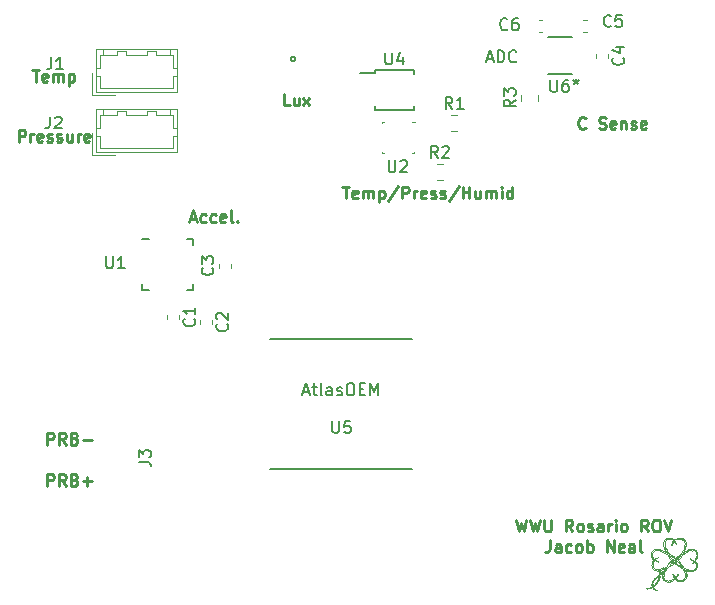
<source format=gto>
G04 #@! TF.GenerationSoftware,KiCad,Pcbnew,(5.1.0)-1*
G04 #@! TF.CreationDate,2019-04-24T23:49:31-07:00*
G04 #@! TF.ProjectId,ROVPCB,524f5650-4342-42e6-9b69-6361645f7063,rev?*
G04 #@! TF.SameCoordinates,Original*
G04 #@! TF.FileFunction,Legend,Top*
G04 #@! TF.FilePolarity,Positive*
%FSLAX46Y46*%
G04 Gerber Fmt 4.6, Leading zero omitted, Abs format (unit mm)*
G04 Created by KiCad (PCBNEW (5.1.0)-1) date 2019-04-24 23:49:31*
%MOMM*%
%LPD*%
G04 APERTURE LIST*
%ADD10C,0.040000*%
%ADD11C,0.250000*%
%ADD12C,0.120000*%
%ADD13C,0.150000*%
%ADD14C,0.100000*%
%ADD15C,0.203200*%
%ADD16C,0.152400*%
G04 APERTURE END LIST*
D10*
X254746007Y-149009216D02*
G75*
G02X254678989Y-148966744I341485J612963D01*
G01*
X254862402Y-149053102D02*
G75*
G02X254813677Y-149042158I6253J141776D01*
G01*
X254882328Y-149056978D02*
G75*
G02X254881609Y-149060498I-1898J-1446D01*
G01*
X255067111Y-147842991D02*
X255050479Y-147863167D01*
X255073793Y-148018476D02*
X255107837Y-147846317D01*
X254902707Y-148450039D02*
G75*
G02X254766707Y-148617480I-1211381J844959D01*
G01*
X254612745Y-148758240D02*
G75*
G02X254458199Y-148853589I-497752J633851D01*
G01*
X254673565Y-149012196D02*
G75*
G02X254556399Y-148943122I506938J993802D01*
G01*
X255082056Y-147826984D02*
X255067111Y-147842991D01*
X254799743Y-149066619D02*
G75*
G02X254673565Y-149012196I358329J1004253D01*
G01*
X254881609Y-149060498D02*
G75*
G02X254871678Y-149065276I-39862J70147D01*
G01*
X255036441Y-148181395D02*
X255073793Y-148018476D01*
X254538325Y-148874918D02*
G75*
G02X254560930Y-148874077I12437J-30061D01*
G01*
X255098605Y-147815470D02*
G75*
G02X255107837Y-147846317I-25220J-24354D01*
G01*
X254560931Y-148874077D02*
G75*
G02X254594476Y-148891675I-35990J-109376D01*
G01*
X254081140Y-148945184D02*
G75*
G02X254007360Y-148933686I-11802J166739D01*
G01*
X254594475Y-148891675D02*
G75*
G02X254629712Y-148923470I-167357J-220894D01*
G01*
X254678988Y-148966744D02*
G75*
G02X254629712Y-148923470I192741J269170D01*
G01*
X255094534Y-147815309D02*
G75*
G02X255098604Y-147815470I1951J-2208D01*
G01*
X254528198Y-148890067D02*
G75*
G02X254538325Y-148874918I16395J0D01*
G01*
X254813677Y-149042159D02*
G75*
G02X254746007Y-149009215I264088J628448D01*
G01*
X254877503Y-149054254D02*
G75*
G02X254882328Y-149056977I-757J-6977D01*
G01*
X254341813Y-148897813D02*
G75*
G02X254206454Y-148929661I-355558J1207577D01*
G01*
X253985141Y-148923096D02*
G75*
G02X253985545Y-148917354I1551J2776D01*
G01*
X254766707Y-148617480D02*
G75*
G02X254612744Y-148758239I-1014532J955116D01*
G01*
X255003612Y-148274245D02*
G75*
G02X254902706Y-148450039I-1047005J484126D01*
G01*
X254877503Y-149054254D02*
X254862402Y-149053102D01*
X254871679Y-149065276D02*
G75*
G02X254799743Y-149066619I-37745J94482D01*
G01*
X254556399Y-148943121D02*
G75*
G02X254528199Y-148890067I35807J53054D01*
G01*
X254007359Y-148933686D02*
G75*
G02X253985140Y-148923096I70340J176184D01*
G01*
X254206454Y-148929661D02*
G75*
G02X254081140Y-148945184I-210123J1182706D01*
G01*
X254458198Y-148853589D02*
G75*
G02X254341813Y-148897812I-345621J734330D01*
G01*
X253985545Y-148917353D02*
G75*
G02X254002364Y-148913974I18223J-47144D01*
G01*
X255094534Y-147815309D02*
X255082056Y-147826984D01*
X255036440Y-148181394D02*
G75*
G02X255003612Y-148274245I-512741J129057D01*
G01*
X254490937Y-148715337D02*
G75*
G02X254479380Y-148730543I-38511J17273D01*
G01*
X254463992Y-148460973D02*
G75*
G02X254517490Y-148328627I929145J-298603D01*
G01*
X254838687Y-148421343D02*
G75*
G02X254669290Y-148642680I-1447552J932376D01*
G01*
X256458245Y-147978527D02*
G75*
G02X256444840Y-147976165I-5017J10749D01*
G01*
X256444840Y-147976166D02*
G75*
G02X256440963Y-147959870I11297J11297D01*
G01*
X254464035Y-148739094D02*
G75*
G02X254453407Y-148736188I-3148J9375D01*
G01*
X256440964Y-147959870D02*
G75*
G02X256454562Y-147928481I179639J-59182D01*
G01*
X255335839Y-147477832D02*
G75*
G02X255341810Y-147478469I2591J-4017D01*
G01*
X256454562Y-147928481D02*
G75*
G02X256482318Y-147884380I366847J-200106D01*
G01*
X255249882Y-147535724D02*
X255196381Y-147574987D01*
X255042845Y-147703145D02*
X254866331Y-147875882D01*
X256631823Y-147693294D02*
G75*
G02X256643237Y-147696774I5006J-4039D01*
G01*
X254479379Y-148730542D02*
G75*
G02X254464035Y-148739093I-30599J36870D01*
G01*
X254453408Y-148736188D02*
G75*
G02X254445302Y-148720488I28518J24667D01*
G01*
X255148740Y-147535803D02*
G75*
G02X255101087Y-147580712I-486527J468529D01*
G01*
X254992177Y-147837697D02*
G75*
G02X255188199Y-147666938I1335360J-1335030D01*
G01*
X255296101Y-147503831D02*
X255249882Y-147535724D01*
X254435152Y-148583709D02*
G75*
G02X254463992Y-148460973I778414J-118157D01*
G01*
X255007546Y-147989221D02*
G75*
G02X255010768Y-147956505I184625J-1667D01*
G01*
X254395940Y-148833500D02*
G75*
G02X254279379Y-148874616I-460911J1120874D01*
G01*
X254506175Y-148657169D02*
G75*
G02X254500098Y-148689445I-225321J25714D01*
G01*
X255156193Y-147446830D02*
G75*
G02X255177257Y-147435331I74910J-112189D01*
G01*
X254061417Y-148912791D02*
X254002364Y-148913974D01*
X254966461Y-148182435D02*
G75*
G02X254838687Y-148421343I-1533514J666534D01*
G01*
X254792854Y-148056654D02*
G75*
G02X254992176Y-147837697I2437870J-2019039D01*
G01*
X254508198Y-148621589D02*
G75*
G02X254510339Y-148582909I350479J0D01*
G01*
X255208198Y-147451207D02*
G75*
G02X255197492Y-147481064I-46981J-1D01*
G01*
X254162271Y-148902826D02*
G75*
G02X254061417Y-148912791I-108083J578566D01*
G01*
X254279379Y-148874617D02*
G75*
G02X254162271Y-148902827I-331098J1117272D01*
G01*
X255345878Y-147504333D02*
G75*
G02X255316306Y-147549600I-229165J117411D01*
G01*
X254500097Y-148689445D02*
G75*
G02X254490936Y-148715337I-163036J43123D01*
G01*
X254526605Y-148490525D02*
G75*
G02X254538045Y-148451959I384885J-93193D01*
G01*
X255177258Y-147435332D02*
G75*
G02X255193752Y-147432614I13629J-31308D01*
G01*
X255010768Y-147956505D02*
G75*
G02X255019838Y-147922105I248182J-47040D01*
G01*
X254495534Y-148784143D02*
G75*
G02X254395940Y-148833500I-401867J685733D01*
G01*
X254669290Y-148642679D02*
G75*
G02X254495534Y-148784142I-544900J491847D01*
G01*
X255335839Y-147477832D02*
X255296101Y-147503831D01*
X255007546Y-147989221D02*
G75*
G02X254966460Y-148182435I-495920J4478D01*
G01*
X256477033Y-147965515D02*
G75*
G02X256458245Y-147978526I-47538J48574D01*
G01*
X255193751Y-147432613D02*
G75*
G02X255204071Y-147438447I-1191J-14151D01*
G01*
X256501694Y-147936717D02*
X256533790Y-147889114D01*
X255204071Y-147438447D02*
G75*
G02X255208199Y-147451208I-17661J-12761D01*
G01*
X256631824Y-147693294D02*
X256528075Y-147823574D01*
X254625919Y-148278483D02*
G75*
G02X254792855Y-148056655I2463325J-1680041D01*
G01*
X256533790Y-147889114D02*
X256636063Y-147726697D01*
X256501694Y-147936717D02*
G75*
G02X256477033Y-147965515I-175481J125311D01*
G01*
X255341809Y-147478469D02*
G75*
G02X255345877Y-147504332I-15723J-15724D01*
G01*
X254591333Y-148200676D02*
G75*
G02X254702635Y-148054746I1229514J-822350D01*
G01*
X255019838Y-147922105D02*
G75*
G02X255033498Y-147889744I233833J-79643D01*
G01*
X255033498Y-147889744D02*
G75*
G02X255050479Y-147863167I143703J-73103D01*
G01*
X255316306Y-147549599D02*
G75*
G02X255262914Y-147605468I-380037J309747D01*
G01*
X254538045Y-148451959D02*
G75*
G02X254625919Y-148278483I709015J-250155D01*
G01*
X255148740Y-147535803D02*
X255197492Y-147481064D01*
X255042845Y-147703144D02*
G75*
G02X255196381Y-147574987I1321158J-1426731D01*
G01*
X254517490Y-148328627D02*
G75*
G02X254591333Y-148200676I1003664J-493952D01*
G01*
X254510339Y-148582909D02*
X254516966Y-148536683D01*
X256643236Y-147696774D02*
G75*
G02X256636063Y-147726697I-48391J-4220D01*
G01*
X254508199Y-148621589D02*
G75*
G02X254506175Y-148657169I-313798J0D01*
G01*
X254436850Y-148681371D02*
X254445302Y-148720488D01*
X254436851Y-148681372D02*
G75*
G02X254435151Y-148583709I286997J53842D01*
G01*
X254866331Y-147875882D02*
X254702635Y-148054746D01*
X256528075Y-147823574D02*
X256482318Y-147884380D01*
X254516966Y-148536683D02*
X254526605Y-148490525D01*
X255188199Y-147666938D02*
X255262914Y-147605468D01*
X258137239Y-146637501D02*
G75*
G02X258160148Y-146641307I6462J-31952D01*
G01*
X258299384Y-147018615D02*
G75*
G02X258223332Y-147234611I-631594J100996D01*
G01*
X257232971Y-147378791D02*
G75*
G02X257265689Y-147408810I-114188J-157293D01*
G01*
X256446225Y-148173841D02*
G75*
G02X256374075Y-148083819I758284J681669D01*
G01*
X256374075Y-148083819D02*
G75*
G02X256309249Y-147981390I901520J642293D01*
G01*
X258188742Y-146665420D02*
G75*
G02X258223241Y-146711086I-425816J-357550D01*
G01*
X256309249Y-147981390D02*
G75*
G02X256259590Y-147877446I788851J440703D01*
G01*
X256600285Y-148190390D02*
G75*
G02X256437215Y-148044797I375904J585147D01*
G01*
X256203923Y-147736929D02*
X256259590Y-147877446D01*
X256201925Y-147710775D02*
G75*
G02X256211848Y-147709099I5303J-1185D01*
G01*
X257666974Y-147491442D02*
G75*
G02X257474665Y-147428812I145717J774003D01*
G01*
X257324524Y-147507790D02*
X257294129Y-147448977D01*
X257301760Y-148138671D02*
G75*
G02X257224877Y-148225673I-567055J423631D01*
G01*
X258223241Y-146711087D02*
G75*
G02X258262762Y-146782886I-367978J-249322D01*
G01*
X258160147Y-146641306D02*
G75*
G02X258188742Y-146665420I-55210J-94483D01*
G01*
X257244885Y-148027394D02*
G75*
G02X257178412Y-148129908I-336177J145179D01*
G01*
X256274247Y-147811882D02*
X256211848Y-147709099D01*
X258302689Y-146944042D02*
G75*
G02X258299384Y-147018615I-326502J-22891D01*
G01*
X257368105Y-147635112D02*
G75*
G02X257375554Y-147704315I-515536J-90491D01*
G01*
X257189885Y-147352384D02*
G75*
G02X257232971Y-147378790I-147181J-288498D01*
G01*
X257109833Y-147328482D02*
G75*
G02X257108199Y-147321093I15893J7389D01*
G01*
X256698559Y-147026043D02*
X257085513Y-147235923D01*
X255101087Y-147580712D02*
G75*
G02X255088785Y-147575209I-4846J5669D01*
G01*
X255088785Y-147575208D02*
G75*
G02X255093755Y-147545454I80781J1799D01*
G01*
X257324524Y-147507790D02*
G75*
G02X257352606Y-147576336I-716074J-333392D01*
G01*
X257278666Y-147902842D02*
G75*
G02X257244885Y-148027394I-449983J55185D01*
G01*
X257128409Y-147368089D02*
X257150633Y-147414001D01*
X255093755Y-147545454D02*
G75*
G02X255111529Y-147505480I315410J-116306D01*
G01*
X255111529Y-147505480D02*
G75*
G02X255134383Y-147468097I297630J-156277D01*
G01*
X256958506Y-148251455D02*
G75*
G02X256771719Y-148256565I-106461J475047D01*
G01*
X258119025Y-146650187D02*
G75*
G02X258137239Y-146637501I23748J-14678D01*
G01*
X257132194Y-147326002D02*
X257111526Y-147318678D01*
X257231517Y-147587726D02*
G75*
G02X257266021Y-147698706I-746572J-292964D01*
G01*
X257377837Y-147811523D02*
X257375554Y-147704315D01*
X255134383Y-147468097D02*
G75*
G02X255156193Y-147446830I68021J-47941D01*
G01*
X257108198Y-147321093D02*
G75*
G02X257111526Y-147318678I2540J0D01*
G01*
X256437215Y-148044798D02*
G75*
G02X256274247Y-147811882I1497346J1221146D01*
G01*
X257265689Y-147408810D02*
G75*
G02X257294129Y-147448977I-190431J-164981D01*
G01*
X256517791Y-148239857D02*
G75*
G02X256446225Y-148173841I316304J414697D01*
G01*
X257158548Y-147337139D02*
X257132194Y-147326002D01*
X257189885Y-147352384D02*
X257158548Y-147337139D01*
X256884113Y-148352228D02*
G75*
G02X256686242Y-148325473I-13015J648809D01*
G01*
X257347528Y-148054435D02*
G75*
G02X257301760Y-148138671I-313523J115796D01*
G01*
X257281470Y-147802704D02*
G75*
G02X257278666Y-147902842I-532282J-35203D01*
G01*
X257075392Y-148317620D02*
G75*
G02X256884114Y-148352228I-203594J579357D01*
G01*
X256686242Y-148325474D02*
G75*
G02X256517791Y-148239857I149204J502083D01*
G01*
X256771719Y-148256565D02*
G75*
G02X256600285Y-148190390I75331J450300D01*
G01*
X258078425Y-147398614D02*
G75*
G02X257884066Y-147487869I-305025J407974D01*
G01*
X257352606Y-147576336D02*
G75*
G02X257368106Y-147635112I-340939J-121341D01*
G01*
X257377837Y-147811524D02*
G75*
G02X257370864Y-147953390I-1392609J-2650D01*
G01*
X257370864Y-147953390D02*
G75*
G02X257347528Y-148054435I-407874J40979D01*
G01*
X257081384Y-148205483D02*
G75*
G02X256958506Y-148251455I-227501J420877D01*
G01*
X257266021Y-147698706D02*
G75*
G02X257281470Y-147802705I-629404J-146646D01*
G01*
X257085513Y-147235923D02*
X257474665Y-147428812D01*
X258223332Y-147234611D02*
G75*
G02X258078425Y-147398615I-466571J266225D01*
G01*
X257150633Y-147414001D02*
X257177001Y-147466499D01*
X257224877Y-148225672D02*
G75*
G02X257075392Y-148317620I-286783J298753D01*
G01*
X257109832Y-147328482D02*
X257128409Y-147368089D01*
X258262761Y-146782886D02*
G75*
G02X258289911Y-146862989I-461731J-201149D01*
G01*
X258289911Y-146862989D02*
G75*
G02X258302689Y-146944041I-461722J-114322D01*
G01*
X257884066Y-147487869D02*
G75*
G02X257666973Y-147491441I-117244J526789D01*
G01*
X256203923Y-147736929D02*
G75*
G02X256201924Y-147710774I41851J16352D01*
G01*
X257177001Y-147466500D02*
G75*
G02X257231517Y-147587726I-1217446J-620358D01*
G01*
X257178412Y-148129907D02*
G75*
G02X257081384Y-148205482I-273801J251453D01*
G01*
X258181647Y-146805869D02*
G75*
G02X258197138Y-146850860I-262732J-115622D01*
G01*
X258124939Y-146690428D02*
G75*
G02X258116918Y-146663222I249847J88450D01*
G01*
X255427784Y-147970737D02*
G75*
G02X255419981Y-147851523I950838J122093D01*
G01*
X256059350Y-146618565D02*
G75*
G02X256082331Y-146619622I10470J-22724D01*
G01*
X256028473Y-146785030D02*
X256083629Y-146722595D01*
X255864128Y-146978243D02*
X256028473Y-146785030D01*
X255419981Y-147851523D02*
X255422407Y-147769255D01*
X255451826Y-148056777D02*
G75*
G02X255427783Y-147970738I283022J125468D01*
G01*
X256108346Y-146686923D02*
G75*
G02X256083629Y-146722595I-188836J104447D01*
G01*
X255422407Y-147769255D02*
G75*
G02X255430697Y-147705688I472958J-29353D01*
G01*
X258138592Y-146723150D02*
G75*
G02X258124939Y-146690428I290093J140252D01*
G01*
X258208198Y-146958923D02*
G75*
G02X258200680Y-147059477I-676177J0D01*
G01*
X256082331Y-146619621D02*
G75*
G02X256107988Y-146641270I-47610J-82455D01*
G01*
X256107988Y-146641270D02*
G75*
G02X256115155Y-146662114I-23974J-19896D01*
G01*
X255430697Y-147705687D02*
G75*
G02X255447281Y-147645125I440709J-88130D01*
G01*
X258197137Y-146850860D02*
G75*
G02X258205490Y-146899552I-304430J-77284D01*
G01*
X258157191Y-146758001D02*
G75*
G02X258181647Y-146805869I-401683J-235402D01*
G01*
X255701078Y-147196980D02*
X255864128Y-146978243D01*
X255475747Y-147572655D02*
G75*
G02X255562020Y-147407946I1198563J-522849D01*
G01*
X255447281Y-147645125D02*
X255475746Y-147572655D01*
X258177605Y-147138872D02*
G75*
G02X258134270Y-147209676I-286725J126822D01*
G01*
X256029484Y-146639455D02*
G75*
G02X256059350Y-146618565I72796J-72283D01*
G01*
X258138592Y-146723149D02*
X258157191Y-146758001D01*
X258116918Y-146663222D02*
G75*
G02X258119024Y-146650188I16757J3980D01*
G01*
X256029483Y-146639455D02*
X255963631Y-146707785D01*
X256115155Y-146662114D02*
G75*
G02X256108347Y-146686923I-54669J1663D01*
G01*
X255562020Y-147407946D02*
X255701078Y-147196980D01*
X258200679Y-147059476D02*
G75*
G02X258177604Y-147138871I-306927J46155D01*
G01*
X258205491Y-146899552D02*
G75*
G02X258208199Y-146958923I-649478J-59371D01*
G01*
X256388697Y-144796860D02*
G75*
G02X256373445Y-144776939I3988J18853D01*
G01*
X257009563Y-144784778D02*
G75*
G02X257131035Y-144872455I-210575J-419724D01*
G01*
X256524734Y-144772691D02*
G75*
G02X256700271Y-144733532I272754J-809654D01*
G01*
X256691053Y-146434439D02*
G75*
G02X256664881Y-146417095I29661J73176D01*
G01*
X256917467Y-145933645D02*
X256733747Y-146219806D01*
X256578943Y-144661052D02*
G75*
G02X256658199Y-144644434I184770J-683901D01*
G01*
X256524735Y-144772690D02*
G75*
G02X256440424Y-144796448I-278272J826036D01*
G01*
X256945019Y-146089577D02*
X257097070Y-145836015D01*
X256738492Y-146403166D02*
G75*
G02X256712246Y-146431309I-111618J77789D01*
G01*
X256664882Y-146417096D02*
G75*
G02X256645721Y-146389056I64946J64947D01*
G01*
X256733747Y-146219806D02*
X256663734Y-146324299D01*
X257197349Y-145400809D02*
X257077133Y-145649573D01*
X257240673Y-145248083D02*
G75*
G02X257197349Y-145400809I-551761J74013D01*
G01*
X256386586Y-144743468D02*
G75*
G02X256419545Y-144718328I71029J-58948D01*
G01*
X257233846Y-145034285D02*
G75*
G02X257247948Y-145129145I-338493J-98799D01*
G01*
X257247949Y-145129145D02*
G75*
G02X257240674Y-145248083I-825231J-9218D01*
G01*
X256440424Y-144796448D02*
G75*
G02X256388697Y-144796861I-26801J117422D01*
G01*
X256808093Y-146301680D02*
X256945019Y-146089577D01*
X256644700Y-146362799D02*
G75*
G02X256663734Y-146324299I164856J-57544D01*
G01*
X256373444Y-144776939D02*
G75*
G02X256386585Y-144743467I57307J-3182D01*
G01*
X256712245Y-146431309D02*
G75*
G02X256691053Y-146434439I-13256J16449D01*
G01*
X256493920Y-144687983D02*
X256419545Y-144718328D01*
X256645721Y-146389055D02*
G75*
G02X256644701Y-146362799I32874J14425D01*
G01*
X257077133Y-145649573D02*
X256917467Y-145933645D01*
X256738493Y-146403167D02*
X256808093Y-146301680D01*
X257195924Y-144952159D02*
G75*
G02X257233846Y-145034284I-255329J-167720D01*
G01*
X257131035Y-144872456D02*
G75*
G02X257195924Y-144952160I-356511J-356510D01*
G01*
X256864161Y-144737552D02*
G75*
G02X257009563Y-144784778I-82526J-501538D01*
G01*
X256700271Y-144733532D02*
G75*
G02X256864161Y-144737552I67531J-589624D01*
G01*
X256578942Y-144661053D02*
X256493920Y-144687983D01*
X255555867Y-145294328D02*
G75*
G02X255548199Y-145193809I655008J100519D01*
G01*
X255699502Y-145687218D02*
X255622761Y-145514970D01*
X256520272Y-145202019D02*
G75*
G02X256514369Y-145204562I-3419J-186D01*
G01*
X256458575Y-145110467D02*
X256499236Y-145184033D01*
X255786118Y-145872913D02*
X255699502Y-145687218D01*
X256123320Y-144770117D02*
G75*
G02X256242566Y-144825561I-79532J-327007D01*
G01*
X255968199Y-144751523D02*
G75*
G02X256123320Y-144770116I-1J-656405D01*
G01*
X255784305Y-144779564D02*
G75*
G02X255968199Y-144751523I183894J-588972D01*
G01*
X255652667Y-144861534D02*
G75*
G02X255784305Y-144779564I223498J-212238D01*
G01*
X256346910Y-144931484D02*
G75*
G02X256458575Y-145110467I-1458422J-1034216D01*
G01*
X256242566Y-144825561D02*
G75*
G02X256346909Y-144931484I-273835J-374103D01*
G01*
X255622761Y-145514970D02*
G75*
G02X255578707Y-145394163I1135538J482528D01*
G01*
X255548198Y-145193809D02*
G75*
G02X255574499Y-144999806I728663J0D01*
G01*
X256156061Y-145021005D02*
X256120187Y-145120229D01*
X256516530Y-145171524D02*
G75*
G02X256520272Y-145202018I-223727J-42925D01*
G01*
X256377215Y-144861321D02*
G75*
G02X256437160Y-144964617I-1064447J-686757D01*
G01*
X255578707Y-145394163D02*
G75*
G02X255555867Y-145294328I674597J206864D01*
G01*
X256156060Y-145021004D02*
G75*
G02X256189587Y-144953853I412750J-164130D01*
G01*
X255766974Y-144677626D02*
G75*
G02X255911245Y-144655977I157159J-555761D01*
G01*
X255911245Y-144655977D02*
G75*
G02X256058903Y-144670516I13775J-617151D01*
G01*
X256058902Y-144670517D02*
G75*
G02X256199887Y-144720094I-135914J-611756D01*
G01*
X256199887Y-144720094D02*
G75*
G02X256324520Y-144801497I-272641J-553536D01*
G01*
X256324520Y-144801497D02*
G75*
G02X256377216Y-144861321I-172703J-205246D01*
G01*
X256488859Y-145077290D02*
G75*
G02X256516531Y-145171523I-475103J-190697D01*
G01*
X256437161Y-144964618D02*
G75*
G02X256488859Y-145077291I-1135191J-589064D01*
G01*
X256514369Y-145204563D02*
G75*
G02X256499236Y-145184033I74700J70908D01*
G01*
X255574499Y-144999807D02*
G75*
G02X255652666Y-144861535I315564J-87162D01*
G01*
X255494687Y-144898279D02*
G75*
G02X255544449Y-144819025I459296J-233132D01*
G01*
X256658198Y-144644435D02*
G75*
G02X256738545Y-144639323I69831J-463613D01*
G01*
X256946933Y-144661468D02*
X256841571Y-144645913D01*
X255703832Y-145827219D02*
G75*
G02X255658967Y-145797247I159849J287847D01*
G01*
X255624945Y-145763189D02*
G75*
G02X255593846Y-145715849I250649J198544D01*
G01*
X255432185Y-145227440D02*
G75*
G02X255440864Y-145056806I636682J53156D01*
G01*
X255440864Y-145056806D02*
G75*
G02X255494688Y-144898279I579828J-108466D01*
G01*
X255544449Y-144819025D02*
G75*
G02X255603973Y-144757725I285967J-218132D01*
G01*
X257097070Y-145836015D02*
X257232836Y-145597199D01*
X257204338Y-144791804D02*
G75*
G02X257273060Y-144873632I-383721J-392032D01*
G01*
X255676966Y-144711595D02*
G75*
G02X255766974Y-144677626I243660J-509393D01*
G01*
X256841571Y-144645913D02*
X256738545Y-144639323D01*
X257035533Y-144684330D02*
G75*
G02X257122114Y-144725859I-115545J-351908D01*
G01*
X257343970Y-145203027D02*
G75*
G02X257326302Y-145347594I-1118720J63361D01*
G01*
X257319578Y-144962354D02*
G75*
G02X257342630Y-145065235I-342253J-130708D01*
G01*
X257326302Y-145347594D02*
G75*
G02X257290642Y-145473253I-715096J135041D01*
G01*
X257290643Y-145473254D02*
G75*
G02X257232836Y-145597199I-912510J350132D01*
G01*
X257273060Y-144873632D02*
G75*
G02X257319579Y-144962354I-350614J-240388D01*
G01*
X255703833Y-145827218D02*
X255786118Y-145872913D01*
X255658967Y-145797247D02*
G75*
G02X255624945Y-145763189I130478J164361D01*
G01*
X257122114Y-144725859D02*
G75*
G02X257204339Y-144791804I-291781J-448051D01*
G01*
X256946933Y-144661468D02*
G75*
G02X257035533Y-144684330I-132072J-694950D01*
G01*
X255470218Y-145419111D02*
G75*
G02X255432185Y-145227440I828597J264024D01*
G01*
X257342630Y-145065235D02*
G75*
G02X257343970Y-145203028I-1036909J-78988D01*
G01*
X255603973Y-144757724D02*
G75*
G02X255676966Y-144711595I232002J-286293D01*
G01*
X255556740Y-145641523D02*
X255593846Y-145715849D01*
X255556741Y-145641523D02*
G75*
G02X255470218Y-145419111I1732706J802088D01*
G01*
X254534813Y-146823681D02*
G75*
G02X254575941Y-146679668I408884J-38894D01*
G01*
X256632932Y-146633131D02*
X256689935Y-146700727D01*
X254959814Y-146251239D02*
X254857932Y-146318815D01*
X256689935Y-146700727D02*
X256743311Y-146768162D01*
X254673561Y-146539888D02*
G75*
G02X254852302Y-146369370I1753167J-1658776D01*
G01*
X254585935Y-147148409D02*
G75*
G02X254562844Y-147108071I183764J131973D01*
G01*
X254537445Y-147002422D02*
G75*
G02X254534812Y-146823681I811077J101338D01*
G01*
X254562844Y-147108071D02*
G75*
G02X254547917Y-147062757I221110J97949D01*
G01*
X256743311Y-146768162D02*
X256783585Y-146824092D01*
X256506363Y-146496629D02*
X256581051Y-146576243D01*
X254852302Y-146369370D02*
X254957991Y-146277397D01*
X254575942Y-146679668D02*
G75*
G02X254673561Y-146539888I517255J-257263D01*
G01*
X254547917Y-147062757D02*
G75*
G02X254537445Y-147002422I628686J140193D01*
G01*
X256483780Y-146464622D02*
G75*
G02X256483037Y-146443006I21982J11576D01*
G01*
X254959813Y-146251238D02*
G75*
G02X254968746Y-146256740I3168J-4860D01*
G01*
X256783585Y-146824092D02*
X256824420Y-146879294D01*
X256868133Y-146928277D02*
G75*
G02X256824420Y-146879294I478344J470880D01*
G01*
X256581051Y-146576243D02*
X256632932Y-146633131D01*
X254968747Y-146256740D02*
G75*
G02X254957991Y-146277397I-32074J3571D01*
G01*
X256506364Y-146496630D02*
G75*
G02X256483780Y-146464623I111357J102544D01*
G01*
X256483036Y-146443006D02*
G75*
G02X256499759Y-146421879I49131J-21706D01*
G01*
X257022532Y-147036122D02*
X257049330Y-147049681D01*
X256955854Y-146999092D02*
X256990996Y-147019181D01*
X256955854Y-146999092D02*
G75*
G02X256912647Y-146968963I169096J288540D01*
G01*
X256912647Y-146968963D02*
G75*
G02X256868134Y-146928277I363020J441860D01*
G01*
X257668760Y-146414901D02*
G75*
G02X257670743Y-146405728I2307J4302D01*
G01*
X257670743Y-146405728D02*
G75*
G02X257704058Y-146411470I4773J-71825D01*
G01*
X257980136Y-146564760D02*
G75*
G02X257961918Y-146563896I-7778J28488D01*
G01*
X256550154Y-146392160D02*
G75*
G02X256557816Y-146394906I559J-10503D01*
G01*
X257853199Y-146476839D02*
X257704058Y-146411470D01*
X257948542Y-146524331D02*
X257904938Y-146501103D01*
X257983143Y-146545069D02*
G75*
G02X257988199Y-146554201I-5719J-9132D01*
G01*
X256590745Y-146425492D02*
X256557816Y-146394906D01*
X257065020Y-147036566D02*
G75*
G02X257057207Y-147051523I-7813J-5438D01*
G01*
X257057208Y-147051523D02*
G75*
G02X257049330Y-147049681I-1J17764D01*
G01*
X256990996Y-147019181D02*
X257022532Y-147036122D01*
X257904938Y-146501103D02*
X257853199Y-146476839D01*
X257961918Y-146563896D02*
G75*
G02X257919879Y-146545329I148955J394139D01*
G01*
X256543394Y-146393991D02*
X256530419Y-146401152D01*
X257983143Y-146545070D02*
X257948542Y-146524331D01*
X256515353Y-146410696D02*
X256499759Y-146421879D01*
X257988199Y-146554201D02*
G75*
G02X257980136Y-146564760I-10946J0D01*
G01*
X256543393Y-146393991D02*
G75*
G02X256550154Y-146392160I7648J-14839D01*
G01*
X257065021Y-147036565D02*
X256912560Y-146819324D01*
X257793919Y-146480778D02*
X257919879Y-146545329D01*
X256530419Y-146401152D02*
X256515353Y-146410696D01*
X256628738Y-146462493D02*
X256590745Y-146425492D01*
X256671546Y-146506523D02*
X256628738Y-146462493D01*
X256671546Y-146506523D02*
G75*
G02X256766717Y-146619083I-909610J-865603D01*
G01*
X256912560Y-146819324D02*
X256766717Y-146619083D01*
X258204744Y-146304093D02*
X258166543Y-146387950D01*
X258214127Y-145944330D02*
G75*
G02X258225242Y-146074383I-1402414J-185366D01*
G01*
X257104800Y-145967159D02*
G75*
G02X257082421Y-145974220I-50753J121869D01*
G01*
X257807966Y-145695219D02*
X257920734Y-145692385D01*
X257402002Y-145805313D02*
G75*
G02X257542183Y-145742569I533030J-1002901D01*
G01*
X258021191Y-145709108D02*
G75*
G02X258066360Y-145734704I-125307J-273777D01*
G01*
X258130366Y-146452668D02*
X258083157Y-146521903D01*
X257664772Y-145709965D02*
G75*
G02X257807966Y-145695219I186503J-1108439D01*
G01*
X257542183Y-145742569D02*
G75*
G02X257664772Y-145709965I235614J-639131D01*
G01*
X257138433Y-145874734D02*
X257078881Y-145969321D01*
X257978871Y-145696458D02*
G75*
G02X258021191Y-145709107I-24113J-157794D01*
G01*
X257968738Y-146656523D02*
X257918634Y-146708304D01*
X258028237Y-146591282D02*
X257968738Y-146656523D01*
X258083157Y-146521903D02*
X258028237Y-146591282D01*
X258227452Y-146185122D02*
G75*
G02X258221679Y-146247613I-338141J-273D01*
G01*
X258221678Y-146247612D02*
G75*
G02X258204744Y-146304093I-273257J51152D01*
G01*
X257142267Y-145949513D02*
X257190289Y-145922925D01*
X258190109Y-145862192D02*
G75*
G02X258214126Y-145944330I-254237J-118917D01*
G01*
X258066360Y-145734703D02*
G75*
G02X258145051Y-145799040I-345065J-502352D01*
G01*
X257183559Y-145818986D02*
G75*
G02X257234343Y-145777098I218214J-212829D01*
G01*
X258166544Y-146387950D02*
G75*
G02X258130366Y-146452668I-635535J312795D01*
G01*
X257082420Y-145974220D02*
G75*
G02X257078881Y-145969321I-707J3217D01*
G01*
X258145052Y-145799041D02*
G75*
G02X258190110Y-145862192I-148836J-153843D01*
G01*
X257190289Y-145922925D02*
X257402003Y-145805314D01*
X257920733Y-145692385D02*
G75*
G02X257978870Y-145696458I4186J-357140D01*
G01*
X257138432Y-145874734D02*
G75*
G02X257183559Y-145818986I323319J-215579D01*
G01*
X258225242Y-146074383D02*
X258227452Y-146185122D01*
X257142267Y-145949513D02*
G75*
G02X257104800Y-145967159I-212329J402237D01*
G01*
X257830251Y-145592361D02*
G75*
G02X257977812Y-145600959I-129J-1272726D01*
G01*
X258300709Y-146277235D02*
G75*
G02X258258794Y-146385990I-517244J136893D01*
G01*
X256552963Y-146320919D02*
G75*
G02X256582094Y-146301895I229426J-319510D01*
G01*
X256458053Y-146392619D02*
X256508175Y-146353880D01*
X258079026Y-145629116D02*
G75*
G02X258190995Y-145708575I-149710J-329586D01*
G01*
X256282392Y-146509973D02*
G75*
G02X256259196Y-146492626I32759J67986D01*
G01*
X257937869Y-146729296D02*
X258016434Y-146663935D01*
X257977812Y-145600960D02*
G75*
G02X258079026Y-145629117I-39474J-337881D01*
G01*
X258190995Y-145708575D02*
G75*
G02X258272412Y-145827983I-319180J-305090D01*
G01*
X256259196Y-146492625D02*
G75*
G02X256244180Y-146468656I59914J54221D01*
G01*
X258322095Y-146153524D02*
G75*
G02X258300709Y-146277235I-715450J59980D01*
G01*
X257547633Y-145629063D02*
G75*
G02X257675451Y-145601391I206748J-645958D01*
G01*
X257844348Y-146791524D02*
G75*
G02X257843381Y-146789329I1J1311D01*
G01*
X256517003Y-146225825D02*
X256444609Y-146278778D01*
X257877723Y-146751867D02*
X257843381Y-146789329D01*
X256629869Y-146261760D02*
G75*
G02X256582094Y-146301895I-144807J123868D01*
G01*
X256334727Y-146492889D02*
X256409239Y-146432251D01*
X257675451Y-145601391D02*
G75*
G02X257830251Y-145592361I154666J-1320015D01*
G01*
X256508175Y-146353880D02*
X256552963Y-146320919D01*
X256327470Y-146370198D02*
X256265040Y-146424306D01*
X256409239Y-146432251D02*
X256458053Y-146392619D01*
X256334726Y-146492889D02*
G75*
G02X256304149Y-146510696I-76352J95954D01*
G01*
X256304150Y-146510696D02*
G75*
G02X256282392Y-146509973I-10060J25000D01*
G01*
X256244180Y-146468656D02*
G75*
G02X256245425Y-146448767I21409J8644D01*
G01*
X256245424Y-146448767D02*
G75*
G02X256265040Y-146424306I82277J-45883D01*
G01*
X256444609Y-146278778D02*
X256377258Y-146329956D01*
X256583617Y-146179243D02*
X256517003Y-146225825D01*
X258272413Y-145827983D02*
G75*
G02X258317212Y-145979802I-489941J-227093D01*
G01*
X257918634Y-146708304D02*
X257877723Y-146751867D01*
X258258794Y-146385991D02*
G75*
G02X258191922Y-146488153I-529634J273714D01*
G01*
X258191921Y-146488152D02*
G75*
G02X258095340Y-146592293I-840973J683073D01*
G01*
X257867258Y-146783868D02*
G75*
G02X257844349Y-146791523I-22909J30450D01*
G01*
X257867259Y-146783868D02*
X257937869Y-146729296D01*
X258317211Y-145979802D02*
G75*
G02X258322095Y-146153524I-771644J-108622D01*
G01*
X258016434Y-146663935D02*
X258095340Y-146592293D01*
X256377258Y-146329956D02*
X256327470Y-146370198D01*
X254738119Y-146537881D02*
G75*
G02X254761058Y-146536589I13428J-34136D01*
G01*
X254990368Y-146640379D02*
G75*
G02X255018169Y-146658236I-68992J-137981D01*
G01*
X254911005Y-146601523D02*
X254808674Y-146553696D01*
X255018169Y-146658237D02*
G75*
G02X255017082Y-146667077I-3290J-4082D01*
G01*
X254997634Y-146671328D02*
G75*
G02X254932955Y-146660589I671J204190D01*
G01*
X255017082Y-146667077D02*
G75*
G02X254997634Y-146671328I-19297J41674D01*
G01*
X254932955Y-146660589D02*
G75*
G02X254836820Y-146623229I367853J1088924D01*
G01*
X257668760Y-146414901D02*
X257793919Y-146480778D01*
X254744403Y-146579041D02*
G75*
G02X254728199Y-146552444I13727J26597D01*
G01*
X254990368Y-146640378D02*
X254911005Y-146601523D01*
X255929559Y-147021580D02*
G75*
G02X255895984Y-147031523I-33575J51715D01*
G01*
X255895984Y-147031524D02*
G75*
G02X255888655Y-147014792I0J9971D01*
G01*
X255985852Y-146913577D02*
X255888655Y-147014792D01*
X256242089Y-146703104D02*
X256186558Y-146740830D01*
X254761058Y-146536589D02*
G75*
G02X254808674Y-146553696I-79490J-296075D01*
G01*
X256095395Y-146810666D02*
X255985852Y-146913577D01*
X256095394Y-146810666D02*
G75*
G02X256186558Y-146740830I550219J-623829D01*
G01*
X256300092Y-146661780D02*
X256242089Y-146703104D01*
X256352336Y-146622926D02*
X256300092Y-146661780D01*
X254744402Y-146579041D02*
X254836820Y-146623229D01*
X256388199Y-146594059D02*
X256352336Y-146622926D01*
X254728199Y-146552445D02*
G75*
G02X254738119Y-146537881I15649J1D01*
G01*
X256511353Y-146587564D02*
G75*
G02X256521942Y-146601641I-97327J-84232D01*
G01*
X256528207Y-146613116D02*
G75*
G02X256527087Y-146618556I-4321J-1946D01*
G01*
X256196972Y-146847283D02*
X256444351Y-146683544D01*
X255929559Y-147021580D02*
X256196972Y-146847283D01*
X256471463Y-146550942D02*
G75*
G02X256497087Y-146572409I-127157J-177808D01*
G01*
X256527088Y-146618557D02*
G75*
G02X256444351Y-146683544I-468843J511731D01*
G01*
X256454121Y-146547205D02*
G75*
G02X256471463Y-146550942I4354J-21899D01*
G01*
X256433998Y-146556488D02*
X256388199Y-146594059D01*
X256433998Y-146556488D02*
G75*
G02X256454121Y-146547204I29365J-37198D01*
G01*
X256511353Y-146587564D02*
X256497087Y-146572409D01*
X256521942Y-146601641D02*
G75*
G02X256528207Y-146613116I-71574J-46529D01*
G01*
X256697242Y-146104512D02*
X256643953Y-146138798D01*
X256643953Y-146138798D02*
X256583617Y-146179243D01*
X255982395Y-146404231D02*
G75*
G02X255900176Y-146281604I1320235J974078D01*
G01*
X256743055Y-146076080D02*
X256697242Y-146104512D01*
X256743055Y-146076079D02*
G75*
G02X256753352Y-146072726I12133J-19770D01*
G01*
X256753353Y-146072726D02*
G75*
G02X256761680Y-146086951I724J-9126D01*
G01*
X256699668Y-146174502D02*
X256761680Y-146086951D01*
X256629869Y-146261760D02*
X256699668Y-146174502D01*
X256209097Y-146522256D02*
X256169671Y-146474572D01*
X254621830Y-147192909D02*
G75*
G02X254585935Y-147148409I379318J342691D01*
G01*
X254762950Y-147284626D02*
G75*
G02X254621829Y-147192909I101986J311349D01*
G01*
X254450409Y-147068887D02*
G75*
G02X254439417Y-146940810I747390J128655D01*
G01*
X254439417Y-146940810D02*
G75*
G02X254464274Y-146768973I603199J460D01*
G01*
X254464274Y-146768973D02*
G75*
G02X254536962Y-146614646I539754J-159942D01*
G01*
X254870051Y-147410333D02*
G75*
G02X254779395Y-147400652I5670J482426D01*
G01*
X256273133Y-146609251D02*
G75*
G02X256265500Y-146624775I-36128J8125D01*
G01*
X256217756Y-146651523D02*
G75*
G02X256176061Y-146633552I0J57355D01*
G01*
X255530386Y-147178343D02*
X255591668Y-147089273D01*
X255186299Y-147268770D02*
G75*
G02X254952935Y-147310892I-269670J826523D01*
G01*
X255454933Y-147158088D02*
G75*
G02X255186299Y-147268770I-866477J1721677D01*
G01*
X255530387Y-147178344D02*
G75*
G02X255446082Y-147263516I-279362J192206D01*
G01*
X255446082Y-147263516D02*
G75*
G02X255319411Y-147334604I-412377J586412D01*
G01*
X255166407Y-147384822D02*
G75*
G02X255002735Y-147407627I-214231J938797D01*
G01*
X256260345Y-146574925D02*
G75*
G02X256271874Y-146593451I-46184J-41591D01*
G01*
X254870052Y-147410333D02*
X255002735Y-147407627D01*
X254483411Y-147173761D02*
G75*
G02X254450409Y-147068887I371281J174466D01*
G01*
X256169671Y-146474572D02*
X256126236Y-146418661D01*
X255820663Y-146136295D02*
G75*
G02X255823629Y-146131626I2943J1407D01*
G01*
X256265500Y-146624775D02*
G75*
G02X256255119Y-146635010I-56309J46732D01*
G01*
X254779395Y-147400653D02*
G75*
G02X254703648Y-147375664I67839J332936D01*
G01*
X255820663Y-146136295D02*
X255840105Y-146175640D01*
X254536962Y-146614645D02*
G75*
G02X254665226Y-146468135I638701J-429755D01*
G01*
X255870952Y-146146543D02*
G75*
G02X255941940Y-146201970I-431662J-626019D01*
G01*
X256017363Y-146276909D02*
G75*
G02X256084601Y-146361523I-705953J-630003D01*
G01*
X254665226Y-146468136D02*
G75*
G02X254857932Y-146318815I1231577J-1390404D01*
G01*
X254703649Y-147375664D02*
G75*
G02X254622357Y-147330122I265008J568361D01*
G01*
X254622357Y-147330121D02*
G75*
G02X254540309Y-147259421I237551J358636D01*
G01*
X256229149Y-146649594D02*
G75*
G02X256217756Y-146651523I-11393J32686D01*
G01*
X255982396Y-146404231D02*
X256080704Y-146527674D01*
X255866265Y-146224040D02*
X255900176Y-146281604D01*
X256235527Y-146549775D02*
G75*
G02X256209097Y-146522256I218858J236644D01*
G01*
X256235526Y-146549775D02*
G75*
G02X256260345Y-146574925I-262840J-284200D01*
G01*
X256242318Y-146643666D02*
G75*
G02X256229150Y-146649595I-40319J71965D01*
G01*
X254952936Y-147310892D02*
G75*
G02X254762951Y-147284625I-22473J537667D01*
G01*
X256126236Y-146418661D02*
X256084601Y-146361523D01*
X255591668Y-147089273D02*
X255454933Y-147158088D01*
X255319412Y-147334603D02*
G75*
G02X255166407Y-147384822I-346348J797049D01*
G01*
X254540309Y-147259421D02*
G75*
G02X254483412Y-147173761I260765J234931D01*
G01*
X255840105Y-146175640D02*
X255866265Y-146224040D01*
X256271874Y-146593451D02*
G75*
G02X256273133Y-146609251I-24845J-9930D01*
G01*
X256255118Y-146635010D02*
G75*
G02X256242318Y-146643666I-57853J71760D01*
G01*
X256080704Y-146527674D02*
X256176061Y-146633552D01*
X255823629Y-146131627D02*
G75*
G02X255870952Y-146146543I-593J-84407D01*
G01*
X255941940Y-146201969D02*
G75*
G02X256017363Y-146276909I-585974J-665180D01*
G01*
X257646954Y-147387932D02*
G75*
G02X257446055Y-147309029I480227J1517954D01*
G01*
X257801234Y-147408553D02*
G75*
G02X257646954Y-147387931I-18317J450386D01*
G01*
X257213563Y-147195656D02*
X257016193Y-147092031D01*
X256668871Y-146882842D02*
X256533811Y-146794994D01*
X257933750Y-147374220D02*
G75*
G02X257801234Y-147408553I-145681J289377D01*
G01*
X258064468Y-147283877D02*
G75*
G02X257933750Y-147374219I-389768J424227D01*
G01*
X256839184Y-146990280D02*
X256668871Y-146882842D01*
X258134270Y-147209676D02*
G75*
G02X258064468Y-147283878I-543252J441106D01*
G01*
X256410920Y-146770299D02*
G75*
G02X256441906Y-146758594I34544J-44581D01*
G01*
X256441906Y-146758594D02*
G75*
G02X256477314Y-146764823I4825J-76327D01*
G01*
X256477315Y-146764822D02*
G75*
G02X256533811Y-146794994I-162053J-371430D01*
G01*
X257016193Y-147092031D02*
X256839184Y-146990280D01*
X257446055Y-147309029D02*
X257213563Y-147195656D01*
X255368157Y-148111054D02*
G75*
G02X255323116Y-147975621I416878J213846D01*
G01*
X255661385Y-147090525D02*
X255510097Y-147312112D01*
X255826539Y-146868515D02*
X255661385Y-147090525D01*
X255497142Y-148125755D02*
G75*
G02X255451826Y-148056776I185790J171432D01*
G01*
X255457665Y-148228642D02*
G75*
G02X255408940Y-148176258I223419J256664D01*
G01*
X255570393Y-148190815D02*
G75*
G02X255497142Y-148125755I289787J400041D01*
G01*
X256038541Y-148252915D02*
G75*
G02X255874249Y-148283940I-180469J505152D01*
G01*
X255521323Y-148274439D02*
G75*
G02X255457664Y-148228642I214674J365545D01*
G01*
X255426876Y-147461523D02*
G75*
G02X255510097Y-147312112I1090581J-509559D01*
G01*
X255874250Y-148283940D02*
G75*
G02X255714365Y-148262488I-14941J495195D01*
G01*
X255995623Y-148363734D02*
G75*
G02X255861269Y-148373033I-119238J747565D01*
G01*
X255714365Y-148262488D02*
G75*
G02X255570393Y-148190814I143232J468147D01*
G01*
X255861269Y-148373033D02*
G75*
G02X255725420Y-148358289I15497J775976D01*
G01*
X255323116Y-147975621D02*
G75*
G02X255317223Y-147824566I578574J98216D01*
G01*
X255317223Y-147824565D02*
G75*
G02X255351532Y-147654396I796163J-71978D01*
G01*
X256195141Y-148171965D02*
G75*
G02X256038541Y-148252915I-378611J540485D01*
G01*
X256251569Y-148134173D02*
X256195141Y-148171965D01*
X256286825Y-148116050D02*
G75*
G02X256310350Y-148111713I22563J-56414D01*
G01*
X255826539Y-146868516D02*
G75*
G02X255963631Y-146707785I1820798J-1414179D01*
G01*
X256108199Y-148329990D02*
G75*
G02X255995623Y-148363735I-182344J403662D01*
G01*
X255408940Y-148176258D02*
G75*
G02X255368157Y-148111054I362387J272018D01*
G01*
X256251569Y-148134173D02*
G75*
G02X256286825Y-148116050I113388J-177227D01*
G01*
X256310350Y-148111714D02*
G75*
G02X256326468Y-148119439I-339J-21383D01*
G01*
X255351532Y-147654396D02*
G75*
G02X255426877Y-147461523I1526630J-485221D01*
G01*
X256326467Y-148119440D02*
G75*
G02X256327455Y-148154735I-22022J-18277D01*
G01*
X256327456Y-148154735D02*
G75*
G02X256272610Y-148217255I-401868J297224D01*
G01*
X256272610Y-148217254D02*
G75*
G02X256193984Y-148281557I-431109J446912D01*
G01*
X256193984Y-148281557D02*
G75*
G02X256108199Y-148329990I-312199J452788D01*
G01*
X255725421Y-148358288D02*
G75*
G02X255608199Y-148320004I100919J507603D01*
G01*
X255608199Y-148320004D02*
G75*
G02X255521324Y-148274439I431265J927849D01*
G01*
X256116817Y-145213128D02*
G75*
G02X256107581Y-145231988I-168017J70588D01*
G01*
X256099469Y-145244364D02*
G75*
G02X256094702Y-145244694I-2527J1910D01*
G01*
X256126088Y-145188981D02*
G75*
G02X256139009Y-145157486I298345J-104003D01*
G01*
X256116817Y-145213127D02*
X256126088Y-145188981D01*
X256094702Y-145244694D02*
G75*
G02X256088815Y-145221683I16474J16473D01*
G01*
X256107581Y-145231988D02*
G75*
G02X256099469Y-145244365I-96082J54127D01*
G01*
X256120187Y-145120229D02*
X256088815Y-145221683D01*
X255154879Y-145629315D02*
X255082631Y-145614209D01*
X255636757Y-145852689D02*
X255345180Y-145703393D01*
X256317635Y-146226985D02*
X256214907Y-146166838D01*
X256349886Y-146270180D02*
G75*
G02X256333015Y-146295596I-71332J29045D01*
G01*
X255796255Y-146052921D02*
X256046306Y-146191347D01*
X254939660Y-145693373D02*
G75*
G02X255124632Y-145733467I-85389J-840676D01*
G01*
X254641368Y-145767027D02*
G75*
G02X254775894Y-145704677I225146J-309478D01*
G01*
X256139009Y-145157486D02*
X256160387Y-145114697D01*
X256317635Y-146226985D02*
G75*
G02X256346317Y-146250317I-65213J-109460D01*
G01*
X256333015Y-146295596D02*
G75*
G02X256302099Y-146312778I-45547J45546D01*
G01*
X254385514Y-146213992D02*
G75*
G02X254362484Y-146081354I370448J132639D01*
G01*
X254606591Y-146414792D02*
G75*
G02X254608652Y-146434700I-35915J-13779D01*
G01*
X256258578Y-144923254D02*
G75*
G02X256254302Y-144946885I-78517J2005D01*
G01*
X254599800Y-146450194D02*
G75*
G02X254536355Y-146449141I-31109J37485D01*
G01*
X256239981Y-144902489D02*
G75*
G02X256252362Y-144907687I-170J-17749D01*
G01*
X254706269Y-145609818D02*
G75*
G02X254755159Y-145598232I81644J-235565D01*
G01*
X255948176Y-146017931D02*
X255636757Y-145852689D01*
X256046306Y-146191347D02*
X256209318Y-146284084D01*
X255525139Y-145913517D02*
X255796255Y-146052921D01*
X254591336Y-146385869D02*
G75*
G02X254606591Y-146414792I-113298J-78244D01*
G01*
X256254302Y-144946885D02*
G75*
G02X256239352Y-144980096I-190474J65772D01*
G01*
X254467969Y-146126530D02*
G75*
G02X254477945Y-146040753I515835J-16524D01*
G01*
X254446664Y-145824601D02*
G75*
G02X254540635Y-145711822I516390J-334730D01*
G01*
X254755159Y-145598231D02*
G75*
G02X254816970Y-145594440I57750J-435764D01*
G01*
X254918199Y-145597157D02*
X254816970Y-145594440D01*
X256267277Y-146310693D02*
G75*
G02X256209318Y-146284084I133581J367381D01*
G01*
X256210027Y-144923229D02*
G75*
G02X256226262Y-144906918I60784J-44264D01*
G01*
X254540635Y-145711822D02*
G75*
G02X254653617Y-145632222I333313J-353110D01*
G01*
X257432326Y-145673894D02*
X257366936Y-145703540D01*
X257496237Y-145647417D02*
X257432326Y-145673894D01*
X257234343Y-145777098D02*
G75*
G02X257310360Y-145731985I529047J-804859D01*
G01*
X257366936Y-145703540D02*
X257310360Y-145731985D01*
X254529724Y-146300412D02*
X254504732Y-146260330D01*
X257547633Y-145629063D02*
X257496237Y-145647417D01*
X255082631Y-145614209D02*
X255003063Y-145603362D01*
X255217608Y-145648378D02*
G75*
G02X255345180Y-145703393I-394963J-1091287D01*
G01*
X254503107Y-145953307D02*
G75*
G02X254541068Y-145875689I430368J-162392D01*
G01*
X254608653Y-146434699D02*
G75*
G02X254599801Y-146450194I-25069J4045D01*
G01*
X254485006Y-146223825D02*
G75*
G02X254475726Y-146198795I109557J54856D01*
G01*
X254556968Y-146338553D02*
X254529724Y-146300412D01*
X254775894Y-145704677D02*
G75*
G02X254939660Y-145693373I114780J-470962D01*
G01*
X255124632Y-145733467D02*
G75*
G02X255278100Y-145794808I-484766J-1435467D01*
G01*
X255154879Y-145629314D02*
G75*
G02X255217608Y-145648378I-150980J-609543D01*
G01*
X256210027Y-144923229D02*
X256189587Y-144953853D01*
X256214907Y-146166838D02*
X255948176Y-146017931D01*
X256346317Y-146250317D02*
G75*
G02X256349886Y-146270181I-13900J-12750D01*
G01*
X254591335Y-146385869D02*
X254556968Y-146338553D01*
X254536355Y-146449141D02*
G75*
G02X254454003Y-146353003I308578J347669D01*
G01*
X256185604Y-145068896D02*
X256211234Y-145026793D01*
X254383806Y-145953712D02*
G75*
G02X254446665Y-145824601I557770J-191696D01*
G01*
X254475726Y-146198795D02*
G75*
G02X254467969Y-146126530I254458J63865D01*
G01*
X256226262Y-144906918D02*
G75*
G02X256239981Y-144902489I13501J-18357D01*
G01*
X256211234Y-145026793D02*
X256239352Y-144980096D01*
X254362484Y-146081354D02*
G75*
G02X254383806Y-145953712I392718J0D01*
G01*
X254477945Y-146040753D02*
G75*
G02X254503107Y-145953307I553629J-111961D01*
G01*
X254541068Y-145875689D02*
G75*
G02X254641367Y-145767026I323139J-197644D01*
G01*
X256252362Y-144907687D02*
G75*
G02X256258578Y-144923254I-15025J-15024D01*
G01*
X254653617Y-145632221D02*
G75*
G02X254706269Y-145609818I189198J-371570D01*
G01*
X254504732Y-146260330D02*
X254485007Y-146223824D01*
X256302099Y-146312778D02*
G75*
G02X256267276Y-146310693I-13904J59615D01*
G01*
X254454003Y-146353003D02*
G75*
G02X254385514Y-146213992I573074J368723D01*
G01*
X255278100Y-145794808D02*
X255525139Y-145913517D01*
X255003063Y-145603362D02*
X254918199Y-145597157D01*
X256160387Y-145114697D02*
X256185604Y-145068896D01*
X256400960Y-146823365D02*
G75*
G02X256387273Y-146805891I30309J37838D01*
G01*
X256389330Y-146790901D02*
G75*
G02X256410920Y-146770299I110708J-94410D01*
G01*
X256698559Y-147026044D02*
G75*
G02X256454960Y-146865443I1099295J1932459D01*
G01*
X256400961Y-146823365D02*
X256454960Y-146865443D01*
X256387273Y-146805891D02*
G75*
G02X256389329Y-146790900I12727J5891D01*
G01*
D11*
X248818095Y-109907142D02*
X248770476Y-109954761D01*
X248627619Y-110002380D01*
X248532380Y-110002380D01*
X248389523Y-109954761D01*
X248294285Y-109859523D01*
X248246666Y-109764285D01*
X248199047Y-109573809D01*
X248199047Y-109430952D01*
X248246666Y-109240476D01*
X248294285Y-109145238D01*
X248389523Y-109050000D01*
X248532380Y-109002380D01*
X248627619Y-109002380D01*
X248770476Y-109050000D01*
X248818095Y-109097619D01*
X249960952Y-109954761D02*
X250103809Y-110002380D01*
X250341904Y-110002380D01*
X250437142Y-109954761D01*
X250484761Y-109907142D01*
X250532380Y-109811904D01*
X250532380Y-109716666D01*
X250484761Y-109621428D01*
X250437142Y-109573809D01*
X250341904Y-109526190D01*
X250151428Y-109478571D01*
X250056190Y-109430952D01*
X250008571Y-109383333D01*
X249960952Y-109288095D01*
X249960952Y-109192857D01*
X250008571Y-109097619D01*
X250056190Y-109050000D01*
X250151428Y-109002380D01*
X250389523Y-109002380D01*
X250532380Y-109050000D01*
X251341904Y-109954761D02*
X251246666Y-110002380D01*
X251056190Y-110002380D01*
X250960952Y-109954761D01*
X250913333Y-109859523D01*
X250913333Y-109478571D01*
X250960952Y-109383333D01*
X251056190Y-109335714D01*
X251246666Y-109335714D01*
X251341904Y-109383333D01*
X251389523Y-109478571D01*
X251389523Y-109573809D01*
X250913333Y-109669047D01*
X251818095Y-109335714D02*
X251818095Y-110002380D01*
X251818095Y-109430952D02*
X251865714Y-109383333D01*
X251960952Y-109335714D01*
X252103809Y-109335714D01*
X252199047Y-109383333D01*
X252246666Y-109478571D01*
X252246666Y-110002380D01*
X252675238Y-109954761D02*
X252770476Y-110002380D01*
X252960952Y-110002380D01*
X253056190Y-109954761D01*
X253103809Y-109859523D01*
X253103809Y-109811904D01*
X253056190Y-109716666D01*
X252960952Y-109669047D01*
X252818095Y-109669047D01*
X252722857Y-109621428D01*
X252675238Y-109526190D01*
X252675238Y-109478571D01*
X252722857Y-109383333D01*
X252818095Y-109335714D01*
X252960952Y-109335714D01*
X253056190Y-109383333D01*
X253913333Y-109954761D02*
X253818095Y-110002380D01*
X253627619Y-110002380D01*
X253532380Y-109954761D01*
X253484761Y-109859523D01*
X253484761Y-109478571D01*
X253532380Y-109383333D01*
X253627619Y-109335714D01*
X253818095Y-109335714D01*
X253913333Y-109383333D01*
X253960952Y-109478571D01*
X253960952Y-109573809D01*
X253484761Y-109669047D01*
X203229047Y-136722380D02*
X203229047Y-135722380D01*
X203610000Y-135722380D01*
X203705238Y-135770000D01*
X203752857Y-135817619D01*
X203800476Y-135912857D01*
X203800476Y-136055714D01*
X203752857Y-136150952D01*
X203705238Y-136198571D01*
X203610000Y-136246190D01*
X203229047Y-136246190D01*
X204800476Y-136722380D02*
X204467142Y-136246190D01*
X204229047Y-136722380D02*
X204229047Y-135722380D01*
X204610000Y-135722380D01*
X204705238Y-135770000D01*
X204752857Y-135817619D01*
X204800476Y-135912857D01*
X204800476Y-136055714D01*
X204752857Y-136150952D01*
X204705238Y-136198571D01*
X204610000Y-136246190D01*
X204229047Y-136246190D01*
X205562380Y-136198571D02*
X205705238Y-136246190D01*
X205752857Y-136293809D01*
X205800476Y-136389047D01*
X205800476Y-136531904D01*
X205752857Y-136627142D01*
X205705238Y-136674761D01*
X205610000Y-136722380D01*
X205229047Y-136722380D01*
X205229047Y-135722380D01*
X205562380Y-135722380D01*
X205657619Y-135770000D01*
X205705238Y-135817619D01*
X205752857Y-135912857D01*
X205752857Y-136008095D01*
X205705238Y-136103333D01*
X205657619Y-136150952D01*
X205562380Y-136198571D01*
X205229047Y-136198571D01*
X206229047Y-136341428D02*
X206990952Y-136341428D01*
X203229047Y-140222380D02*
X203229047Y-139222380D01*
X203610000Y-139222380D01*
X203705238Y-139270000D01*
X203752857Y-139317619D01*
X203800476Y-139412857D01*
X203800476Y-139555714D01*
X203752857Y-139650952D01*
X203705238Y-139698571D01*
X203610000Y-139746190D01*
X203229047Y-139746190D01*
X204800476Y-140222380D02*
X204467142Y-139746190D01*
X204229047Y-140222380D02*
X204229047Y-139222380D01*
X204610000Y-139222380D01*
X204705238Y-139270000D01*
X204752857Y-139317619D01*
X204800476Y-139412857D01*
X204800476Y-139555714D01*
X204752857Y-139650952D01*
X204705238Y-139698571D01*
X204610000Y-139746190D01*
X204229047Y-139746190D01*
X205562380Y-139698571D02*
X205705238Y-139746190D01*
X205752857Y-139793809D01*
X205800476Y-139889047D01*
X205800476Y-140031904D01*
X205752857Y-140127142D01*
X205705238Y-140174761D01*
X205610000Y-140222380D01*
X205229047Y-140222380D01*
X205229047Y-139222380D01*
X205562380Y-139222380D01*
X205657619Y-139270000D01*
X205705238Y-139317619D01*
X205752857Y-139412857D01*
X205752857Y-139508095D01*
X205705238Y-139603333D01*
X205657619Y-139650952D01*
X205562380Y-139698571D01*
X205229047Y-139698571D01*
X206229047Y-139841428D02*
X206990952Y-139841428D01*
X206610000Y-140222380D02*
X206610000Y-139460476D01*
X215326190Y-117616666D02*
X215802380Y-117616666D01*
X215230952Y-117902380D02*
X215564285Y-116902380D01*
X215897619Y-117902380D01*
X216659523Y-117854761D02*
X216564285Y-117902380D01*
X216373809Y-117902380D01*
X216278571Y-117854761D01*
X216230952Y-117807142D01*
X216183333Y-117711904D01*
X216183333Y-117426190D01*
X216230952Y-117330952D01*
X216278571Y-117283333D01*
X216373809Y-117235714D01*
X216564285Y-117235714D01*
X216659523Y-117283333D01*
X217516666Y-117854761D02*
X217421428Y-117902380D01*
X217230952Y-117902380D01*
X217135714Y-117854761D01*
X217088095Y-117807142D01*
X217040476Y-117711904D01*
X217040476Y-117426190D01*
X217088095Y-117330952D01*
X217135714Y-117283333D01*
X217230952Y-117235714D01*
X217421428Y-117235714D01*
X217516666Y-117283333D01*
X218326190Y-117854761D02*
X218230952Y-117902380D01*
X218040476Y-117902380D01*
X217945238Y-117854761D01*
X217897619Y-117759523D01*
X217897619Y-117378571D01*
X217945238Y-117283333D01*
X218040476Y-117235714D01*
X218230952Y-117235714D01*
X218326190Y-117283333D01*
X218373809Y-117378571D01*
X218373809Y-117473809D01*
X217897619Y-117569047D01*
X218945238Y-117902380D02*
X218850000Y-117854761D01*
X218802380Y-117759523D01*
X218802380Y-116902380D01*
X219326190Y-117807142D02*
X219373809Y-117854761D01*
X219326190Y-117902380D01*
X219278571Y-117854761D01*
X219326190Y-117807142D01*
X219326190Y-117902380D01*
X223762380Y-108012380D02*
X223286190Y-108012380D01*
X223286190Y-107012380D01*
X224524285Y-107345714D02*
X224524285Y-108012380D01*
X224095714Y-107345714D02*
X224095714Y-107869523D01*
X224143333Y-107964761D01*
X224238571Y-108012380D01*
X224381428Y-108012380D01*
X224476666Y-107964761D01*
X224524285Y-107917142D01*
X224905238Y-108012380D02*
X225429047Y-107345714D01*
X224905238Y-107345714D02*
X225429047Y-108012380D01*
X228228095Y-114882380D02*
X228799523Y-114882380D01*
X228513809Y-115882380D02*
X228513809Y-114882380D01*
X229513809Y-115834761D02*
X229418571Y-115882380D01*
X229228095Y-115882380D01*
X229132857Y-115834761D01*
X229085238Y-115739523D01*
X229085238Y-115358571D01*
X229132857Y-115263333D01*
X229228095Y-115215714D01*
X229418571Y-115215714D01*
X229513809Y-115263333D01*
X229561428Y-115358571D01*
X229561428Y-115453809D01*
X229085238Y-115549047D01*
X229990000Y-115882380D02*
X229990000Y-115215714D01*
X229990000Y-115310952D02*
X230037619Y-115263333D01*
X230132857Y-115215714D01*
X230275714Y-115215714D01*
X230370952Y-115263333D01*
X230418571Y-115358571D01*
X230418571Y-115882380D01*
X230418571Y-115358571D02*
X230466190Y-115263333D01*
X230561428Y-115215714D01*
X230704285Y-115215714D01*
X230799523Y-115263333D01*
X230847142Y-115358571D01*
X230847142Y-115882380D01*
X231323333Y-115215714D02*
X231323333Y-116215714D01*
X231323333Y-115263333D02*
X231418571Y-115215714D01*
X231609047Y-115215714D01*
X231704285Y-115263333D01*
X231751904Y-115310952D01*
X231799523Y-115406190D01*
X231799523Y-115691904D01*
X231751904Y-115787142D01*
X231704285Y-115834761D01*
X231609047Y-115882380D01*
X231418571Y-115882380D01*
X231323333Y-115834761D01*
X232942380Y-114834761D02*
X232085238Y-116120476D01*
X233275714Y-115882380D02*
X233275714Y-114882380D01*
X233656666Y-114882380D01*
X233751904Y-114930000D01*
X233799523Y-114977619D01*
X233847142Y-115072857D01*
X233847142Y-115215714D01*
X233799523Y-115310952D01*
X233751904Y-115358571D01*
X233656666Y-115406190D01*
X233275714Y-115406190D01*
X234275714Y-115882380D02*
X234275714Y-115215714D01*
X234275714Y-115406190D02*
X234323333Y-115310952D01*
X234370952Y-115263333D01*
X234466190Y-115215714D01*
X234561428Y-115215714D01*
X235275714Y-115834761D02*
X235180476Y-115882380D01*
X234990000Y-115882380D01*
X234894761Y-115834761D01*
X234847142Y-115739523D01*
X234847142Y-115358571D01*
X234894761Y-115263333D01*
X234990000Y-115215714D01*
X235180476Y-115215714D01*
X235275714Y-115263333D01*
X235323333Y-115358571D01*
X235323333Y-115453809D01*
X234847142Y-115549047D01*
X235704285Y-115834761D02*
X235799523Y-115882380D01*
X235990000Y-115882380D01*
X236085238Y-115834761D01*
X236132857Y-115739523D01*
X236132857Y-115691904D01*
X236085238Y-115596666D01*
X235990000Y-115549047D01*
X235847142Y-115549047D01*
X235751904Y-115501428D01*
X235704285Y-115406190D01*
X235704285Y-115358571D01*
X235751904Y-115263333D01*
X235847142Y-115215714D01*
X235990000Y-115215714D01*
X236085238Y-115263333D01*
X236513809Y-115834761D02*
X236609047Y-115882380D01*
X236799523Y-115882380D01*
X236894761Y-115834761D01*
X236942380Y-115739523D01*
X236942380Y-115691904D01*
X236894761Y-115596666D01*
X236799523Y-115549047D01*
X236656666Y-115549047D01*
X236561428Y-115501428D01*
X236513809Y-115406190D01*
X236513809Y-115358571D01*
X236561428Y-115263333D01*
X236656666Y-115215714D01*
X236799523Y-115215714D01*
X236894761Y-115263333D01*
X238085238Y-114834761D02*
X237228095Y-116120476D01*
X238418571Y-115882380D02*
X238418571Y-114882380D01*
X238418571Y-115358571D02*
X238990000Y-115358571D01*
X238990000Y-115882380D02*
X238990000Y-114882380D01*
X239894761Y-115215714D02*
X239894761Y-115882380D01*
X239466190Y-115215714D02*
X239466190Y-115739523D01*
X239513809Y-115834761D01*
X239609047Y-115882380D01*
X239751904Y-115882380D01*
X239847142Y-115834761D01*
X239894761Y-115787142D01*
X240370952Y-115882380D02*
X240370952Y-115215714D01*
X240370952Y-115310952D02*
X240418571Y-115263333D01*
X240513809Y-115215714D01*
X240656666Y-115215714D01*
X240751904Y-115263333D01*
X240799523Y-115358571D01*
X240799523Y-115882380D01*
X240799523Y-115358571D02*
X240847142Y-115263333D01*
X240942380Y-115215714D01*
X241085238Y-115215714D01*
X241180476Y-115263333D01*
X241228095Y-115358571D01*
X241228095Y-115882380D01*
X241704285Y-115882380D02*
X241704285Y-115215714D01*
X241704285Y-114882380D02*
X241656666Y-114930000D01*
X241704285Y-114977619D01*
X241751904Y-114930000D01*
X241704285Y-114882380D01*
X241704285Y-114977619D01*
X242609047Y-115882380D02*
X242609047Y-114882380D01*
X242609047Y-115834761D02*
X242513809Y-115882380D01*
X242323333Y-115882380D01*
X242228095Y-115834761D01*
X242180476Y-115787142D01*
X242132857Y-115691904D01*
X242132857Y-115406190D01*
X242180476Y-115310952D01*
X242228095Y-115263333D01*
X242323333Y-115215714D01*
X242513809Y-115215714D01*
X242609047Y-115263333D01*
X242952380Y-143077380D02*
X243190476Y-144077380D01*
X243380952Y-143363095D01*
X243571428Y-144077380D01*
X243809523Y-143077380D01*
X244095238Y-143077380D02*
X244333333Y-144077380D01*
X244523809Y-143363095D01*
X244714285Y-144077380D01*
X244952380Y-143077380D01*
X245333333Y-143077380D02*
X245333333Y-143886904D01*
X245380952Y-143982142D01*
X245428571Y-144029761D01*
X245523809Y-144077380D01*
X245714285Y-144077380D01*
X245809523Y-144029761D01*
X245857142Y-143982142D01*
X245904761Y-143886904D01*
X245904761Y-143077380D01*
X247714285Y-144077380D02*
X247380952Y-143601190D01*
X247142857Y-144077380D02*
X247142857Y-143077380D01*
X247523809Y-143077380D01*
X247619047Y-143125000D01*
X247666666Y-143172619D01*
X247714285Y-143267857D01*
X247714285Y-143410714D01*
X247666666Y-143505952D01*
X247619047Y-143553571D01*
X247523809Y-143601190D01*
X247142857Y-143601190D01*
X248285714Y-144077380D02*
X248190476Y-144029761D01*
X248142857Y-143982142D01*
X248095238Y-143886904D01*
X248095238Y-143601190D01*
X248142857Y-143505952D01*
X248190476Y-143458333D01*
X248285714Y-143410714D01*
X248428571Y-143410714D01*
X248523809Y-143458333D01*
X248571428Y-143505952D01*
X248619047Y-143601190D01*
X248619047Y-143886904D01*
X248571428Y-143982142D01*
X248523809Y-144029761D01*
X248428571Y-144077380D01*
X248285714Y-144077380D01*
X249000000Y-144029761D02*
X249095238Y-144077380D01*
X249285714Y-144077380D01*
X249380952Y-144029761D01*
X249428571Y-143934523D01*
X249428571Y-143886904D01*
X249380952Y-143791666D01*
X249285714Y-143744047D01*
X249142857Y-143744047D01*
X249047619Y-143696428D01*
X249000000Y-143601190D01*
X249000000Y-143553571D01*
X249047619Y-143458333D01*
X249142857Y-143410714D01*
X249285714Y-143410714D01*
X249380952Y-143458333D01*
X250285714Y-144077380D02*
X250285714Y-143553571D01*
X250238095Y-143458333D01*
X250142857Y-143410714D01*
X249952380Y-143410714D01*
X249857142Y-143458333D01*
X250285714Y-144029761D02*
X250190476Y-144077380D01*
X249952380Y-144077380D01*
X249857142Y-144029761D01*
X249809523Y-143934523D01*
X249809523Y-143839285D01*
X249857142Y-143744047D01*
X249952380Y-143696428D01*
X250190476Y-143696428D01*
X250285714Y-143648809D01*
X250761904Y-144077380D02*
X250761904Y-143410714D01*
X250761904Y-143601190D02*
X250809523Y-143505952D01*
X250857142Y-143458333D01*
X250952380Y-143410714D01*
X251047619Y-143410714D01*
X251380952Y-144077380D02*
X251380952Y-143410714D01*
X251380952Y-143077380D02*
X251333333Y-143125000D01*
X251380952Y-143172619D01*
X251428571Y-143125000D01*
X251380952Y-143077380D01*
X251380952Y-143172619D01*
X252000000Y-144077380D02*
X251904761Y-144029761D01*
X251857142Y-143982142D01*
X251809523Y-143886904D01*
X251809523Y-143601190D01*
X251857142Y-143505952D01*
X251904761Y-143458333D01*
X252000000Y-143410714D01*
X252142857Y-143410714D01*
X252238095Y-143458333D01*
X252285714Y-143505952D01*
X252333333Y-143601190D01*
X252333333Y-143886904D01*
X252285714Y-143982142D01*
X252238095Y-144029761D01*
X252142857Y-144077380D01*
X252000000Y-144077380D01*
X254095238Y-144077380D02*
X253761904Y-143601190D01*
X253523809Y-144077380D02*
X253523809Y-143077380D01*
X253904761Y-143077380D01*
X254000000Y-143125000D01*
X254047619Y-143172619D01*
X254095238Y-143267857D01*
X254095238Y-143410714D01*
X254047619Y-143505952D01*
X254000000Y-143553571D01*
X253904761Y-143601190D01*
X253523809Y-143601190D01*
X254714285Y-143077380D02*
X254904761Y-143077380D01*
X255000000Y-143125000D01*
X255095238Y-143220238D01*
X255142857Y-143410714D01*
X255142857Y-143744047D01*
X255095238Y-143934523D01*
X255000000Y-144029761D01*
X254904761Y-144077380D01*
X254714285Y-144077380D01*
X254619047Y-144029761D01*
X254523809Y-143934523D01*
X254476190Y-143744047D01*
X254476190Y-143410714D01*
X254523809Y-143220238D01*
X254619047Y-143125000D01*
X254714285Y-143077380D01*
X255428571Y-143077380D02*
X255761904Y-144077380D01*
X256095238Y-143077380D01*
X245809523Y-144827380D02*
X245809523Y-145541666D01*
X245761904Y-145684523D01*
X245666666Y-145779761D01*
X245523809Y-145827380D01*
X245428571Y-145827380D01*
X246714285Y-145827380D02*
X246714285Y-145303571D01*
X246666666Y-145208333D01*
X246571428Y-145160714D01*
X246380952Y-145160714D01*
X246285714Y-145208333D01*
X246714285Y-145779761D02*
X246619047Y-145827380D01*
X246380952Y-145827380D01*
X246285714Y-145779761D01*
X246238095Y-145684523D01*
X246238095Y-145589285D01*
X246285714Y-145494047D01*
X246380952Y-145446428D01*
X246619047Y-145446428D01*
X246714285Y-145398809D01*
X247619047Y-145779761D02*
X247523809Y-145827380D01*
X247333333Y-145827380D01*
X247238095Y-145779761D01*
X247190476Y-145732142D01*
X247142857Y-145636904D01*
X247142857Y-145351190D01*
X247190476Y-145255952D01*
X247238095Y-145208333D01*
X247333333Y-145160714D01*
X247523809Y-145160714D01*
X247619047Y-145208333D01*
X248190476Y-145827380D02*
X248095238Y-145779761D01*
X248047619Y-145732142D01*
X248000000Y-145636904D01*
X248000000Y-145351190D01*
X248047619Y-145255952D01*
X248095238Y-145208333D01*
X248190476Y-145160714D01*
X248333333Y-145160714D01*
X248428571Y-145208333D01*
X248476190Y-145255952D01*
X248523809Y-145351190D01*
X248523809Y-145636904D01*
X248476190Y-145732142D01*
X248428571Y-145779761D01*
X248333333Y-145827380D01*
X248190476Y-145827380D01*
X248952380Y-145827380D02*
X248952380Y-144827380D01*
X248952380Y-145208333D02*
X249047619Y-145160714D01*
X249238095Y-145160714D01*
X249333333Y-145208333D01*
X249380952Y-145255952D01*
X249428571Y-145351190D01*
X249428571Y-145636904D01*
X249380952Y-145732142D01*
X249333333Y-145779761D01*
X249238095Y-145827380D01*
X249047619Y-145827380D01*
X248952380Y-145779761D01*
X250619047Y-145827380D02*
X250619047Y-144827380D01*
X251190476Y-145827380D01*
X251190476Y-144827380D01*
X252047619Y-145779761D02*
X251952380Y-145827380D01*
X251761904Y-145827380D01*
X251666666Y-145779761D01*
X251619047Y-145684523D01*
X251619047Y-145303571D01*
X251666666Y-145208333D01*
X251761904Y-145160714D01*
X251952380Y-145160714D01*
X252047619Y-145208333D01*
X252095238Y-145303571D01*
X252095238Y-145398809D01*
X251619047Y-145494047D01*
X252952380Y-145827380D02*
X252952380Y-145303571D01*
X252904761Y-145208333D01*
X252809523Y-145160714D01*
X252619047Y-145160714D01*
X252523809Y-145208333D01*
X252952380Y-145779761D02*
X252857142Y-145827380D01*
X252619047Y-145827380D01*
X252523809Y-145779761D01*
X252476190Y-145684523D01*
X252476190Y-145589285D01*
X252523809Y-145494047D01*
X252619047Y-145446428D01*
X252857142Y-145446428D01*
X252952380Y-145398809D01*
X253571428Y-145827380D02*
X253476190Y-145779761D01*
X253428571Y-145684523D01*
X253428571Y-144827380D01*
X200810000Y-111082380D02*
X200810000Y-110082380D01*
X201190952Y-110082380D01*
X201286190Y-110130000D01*
X201333809Y-110177619D01*
X201381428Y-110272857D01*
X201381428Y-110415714D01*
X201333809Y-110510952D01*
X201286190Y-110558571D01*
X201190952Y-110606190D01*
X200810000Y-110606190D01*
X201810000Y-111082380D02*
X201810000Y-110415714D01*
X201810000Y-110606190D02*
X201857619Y-110510952D01*
X201905238Y-110463333D01*
X202000476Y-110415714D01*
X202095714Y-110415714D01*
X202810000Y-111034761D02*
X202714761Y-111082380D01*
X202524285Y-111082380D01*
X202429047Y-111034761D01*
X202381428Y-110939523D01*
X202381428Y-110558571D01*
X202429047Y-110463333D01*
X202524285Y-110415714D01*
X202714761Y-110415714D01*
X202810000Y-110463333D01*
X202857619Y-110558571D01*
X202857619Y-110653809D01*
X202381428Y-110749047D01*
X203238571Y-111034761D02*
X203333809Y-111082380D01*
X203524285Y-111082380D01*
X203619523Y-111034761D01*
X203667142Y-110939523D01*
X203667142Y-110891904D01*
X203619523Y-110796666D01*
X203524285Y-110749047D01*
X203381428Y-110749047D01*
X203286190Y-110701428D01*
X203238571Y-110606190D01*
X203238571Y-110558571D01*
X203286190Y-110463333D01*
X203381428Y-110415714D01*
X203524285Y-110415714D01*
X203619523Y-110463333D01*
X204048095Y-111034761D02*
X204143333Y-111082380D01*
X204333809Y-111082380D01*
X204429047Y-111034761D01*
X204476666Y-110939523D01*
X204476666Y-110891904D01*
X204429047Y-110796666D01*
X204333809Y-110749047D01*
X204190952Y-110749047D01*
X204095714Y-110701428D01*
X204048095Y-110606190D01*
X204048095Y-110558571D01*
X204095714Y-110463333D01*
X204190952Y-110415714D01*
X204333809Y-110415714D01*
X204429047Y-110463333D01*
X205333809Y-110415714D02*
X205333809Y-111082380D01*
X204905238Y-110415714D02*
X204905238Y-110939523D01*
X204952857Y-111034761D01*
X205048095Y-111082380D01*
X205190952Y-111082380D01*
X205286190Y-111034761D01*
X205333809Y-110987142D01*
X205810000Y-111082380D02*
X205810000Y-110415714D01*
X205810000Y-110606190D02*
X205857619Y-110510952D01*
X205905238Y-110463333D01*
X206000476Y-110415714D01*
X206095714Y-110415714D01*
X206810000Y-111034761D02*
X206714761Y-111082380D01*
X206524285Y-111082380D01*
X206429047Y-111034761D01*
X206381428Y-110939523D01*
X206381428Y-110558571D01*
X206429047Y-110463333D01*
X206524285Y-110415714D01*
X206714761Y-110415714D01*
X206810000Y-110463333D01*
X206857619Y-110558571D01*
X206857619Y-110653809D01*
X206381428Y-110749047D01*
X201976666Y-105002380D02*
X202548095Y-105002380D01*
X202262380Y-106002380D02*
X202262380Y-105002380D01*
X203262380Y-105954761D02*
X203167142Y-106002380D01*
X202976666Y-106002380D01*
X202881428Y-105954761D01*
X202833809Y-105859523D01*
X202833809Y-105478571D01*
X202881428Y-105383333D01*
X202976666Y-105335714D01*
X203167142Y-105335714D01*
X203262380Y-105383333D01*
X203310000Y-105478571D01*
X203310000Y-105573809D01*
X202833809Y-105669047D01*
X203738571Y-106002380D02*
X203738571Y-105335714D01*
X203738571Y-105430952D02*
X203786190Y-105383333D01*
X203881428Y-105335714D01*
X204024285Y-105335714D01*
X204119523Y-105383333D01*
X204167142Y-105478571D01*
X204167142Y-106002380D01*
X204167142Y-105478571D02*
X204214761Y-105383333D01*
X204310000Y-105335714D01*
X204452857Y-105335714D01*
X204548095Y-105383333D01*
X204595714Y-105478571D01*
X204595714Y-106002380D01*
X205071904Y-105335714D02*
X205071904Y-106335714D01*
X205071904Y-105383333D02*
X205167142Y-105335714D01*
X205357619Y-105335714D01*
X205452857Y-105383333D01*
X205500476Y-105430952D01*
X205548095Y-105526190D01*
X205548095Y-105811904D01*
X205500476Y-105907142D01*
X205452857Y-105954761D01*
X205357619Y-106002380D01*
X205167142Y-106002380D01*
X205071904Y-105954761D01*
D12*
X207380000Y-103250000D02*
X207380000Y-106850000D01*
X207380000Y-106850000D02*
X214230000Y-106850000D01*
X214230000Y-106850000D02*
X214230000Y-103250000D01*
X214230000Y-103250000D02*
X207380000Y-103250000D01*
X207070000Y-105250000D02*
X207070000Y-107160000D01*
X207070000Y-107160000D02*
X208980000Y-107160000D01*
X207380000Y-105550000D02*
X207680000Y-105550000D01*
X207680000Y-105550000D02*
X207680000Y-106550000D01*
X207680000Y-106550000D02*
X213930000Y-106550000D01*
X213930000Y-106550000D02*
X213930000Y-105550000D01*
X213930000Y-105550000D02*
X214230000Y-105550000D01*
X207380000Y-104800000D02*
X207680000Y-104800000D01*
X207680000Y-104800000D02*
X207680000Y-103700000D01*
X207680000Y-103700000D02*
X207980000Y-103700000D01*
X207980000Y-103700000D02*
X207980000Y-103250000D01*
X214230000Y-104800000D02*
X213930000Y-104800000D01*
X213930000Y-104800000D02*
X213930000Y-103700000D01*
X213930000Y-103700000D02*
X213630000Y-103700000D01*
X213630000Y-103700000D02*
X213630000Y-103250000D01*
X207980000Y-103700000D02*
X209180000Y-103700000D01*
X209180000Y-103700000D02*
X209180000Y-103400000D01*
X209180000Y-103400000D02*
X209930000Y-103400000D01*
X209930000Y-103400000D02*
X209930000Y-103700000D01*
X209930000Y-103700000D02*
X211680000Y-103700000D01*
X211680000Y-103700000D02*
X211680000Y-103400000D01*
X211680000Y-103400000D02*
X212430000Y-103400000D01*
X212430000Y-103400000D02*
X212430000Y-103700000D01*
X212430000Y-103700000D02*
X213630000Y-103700000D01*
X212430000Y-108780000D02*
X213630000Y-108780000D01*
X212430000Y-108480000D02*
X212430000Y-108780000D01*
X211680000Y-108480000D02*
X212430000Y-108480000D01*
X211680000Y-108780000D02*
X211680000Y-108480000D01*
X209930000Y-108780000D02*
X211680000Y-108780000D01*
X209930000Y-108480000D02*
X209930000Y-108780000D01*
X209180000Y-108480000D02*
X209930000Y-108480000D01*
X209180000Y-108780000D02*
X209180000Y-108480000D01*
X207980000Y-108780000D02*
X209180000Y-108780000D01*
X213630000Y-108780000D02*
X213630000Y-108330000D01*
X213930000Y-108780000D02*
X213630000Y-108780000D01*
X213930000Y-109880000D02*
X213930000Y-108780000D01*
X214230000Y-109880000D02*
X213930000Y-109880000D01*
X207980000Y-108780000D02*
X207980000Y-108330000D01*
X207680000Y-108780000D02*
X207980000Y-108780000D01*
X207680000Y-109880000D02*
X207680000Y-108780000D01*
X207380000Y-109880000D02*
X207680000Y-109880000D01*
X213930000Y-110630000D02*
X214230000Y-110630000D01*
X213930000Y-111630000D02*
X213930000Y-110630000D01*
X207680000Y-111630000D02*
X213930000Y-111630000D01*
X207680000Y-110630000D02*
X207680000Y-111630000D01*
X207380000Y-110630000D02*
X207680000Y-110630000D01*
X207070000Y-112240000D02*
X208980000Y-112240000D01*
X207070000Y-110330000D02*
X207070000Y-112240000D01*
X214230000Y-108330000D02*
X207380000Y-108330000D01*
X214230000Y-111930000D02*
X214230000Y-108330000D01*
X207380000Y-111930000D02*
X214230000Y-111930000D01*
X207380000Y-108330000D02*
X207380000Y-111930000D01*
X214400000Y-125754721D02*
X214400000Y-126080279D01*
X213380000Y-125754721D02*
X213380000Y-126080279D01*
X217180000Y-126174721D02*
X217180000Y-126500279D01*
X216160000Y-126174721D02*
X216160000Y-126500279D01*
X218800000Y-121745279D02*
X218800000Y-121419721D01*
X217780000Y-121745279D02*
X217780000Y-121419721D01*
D13*
X215600000Y-119320000D02*
X215600000Y-119845000D01*
X211300000Y-123620000D02*
X211300000Y-123095000D01*
X215600000Y-123620000D02*
X215600000Y-123095000D01*
X211300000Y-119320000D02*
X211825000Y-119320000D01*
X211300000Y-123620000D02*
X211825000Y-123620000D01*
X215600000Y-123620000D02*
X215075000Y-123620000D01*
X215600000Y-119320000D02*
X215075000Y-119320000D01*
D14*
X231585000Y-109375000D02*
X231585000Y-109525000D01*
X231595000Y-109375000D02*
X231745000Y-109375000D01*
X231595000Y-112075000D02*
X231745000Y-112075000D01*
X231595000Y-112075000D02*
X231595000Y-111925000D01*
X234295000Y-111925000D02*
X234295000Y-112075000D01*
X234295000Y-112075000D02*
X234145000Y-112075000D01*
X234145000Y-109375000D02*
X234395000Y-109375000D01*
D15*
X224244000Y-104059000D02*
G75*
G03X224244000Y-104059000I-200000J0D01*
G01*
D13*
X234140000Y-138780000D02*
X222140000Y-138780000D01*
X222140000Y-127780000D02*
X234140000Y-127780000D01*
D12*
X237451422Y-110200000D02*
X237968578Y-110200000D01*
X237451422Y-108780000D02*
X237968578Y-108780000D01*
X236213922Y-112940000D02*
X236731078Y-112940000D01*
X236213922Y-114360000D02*
X236731078Y-114360000D01*
X249690000Y-103629721D02*
X249690000Y-103955279D01*
X250710000Y-103629721D02*
X250710000Y-103955279D01*
X248935279Y-101760000D02*
X248609721Y-101760000D01*
X248935279Y-100740000D02*
X248609721Y-100740000D01*
X244839721Y-100740000D02*
X245165279Y-100740000D01*
X244839721Y-101760000D02*
X245165279Y-101760000D01*
X243380000Y-107606078D02*
X243380000Y-107088922D01*
X244800000Y-107606078D02*
X244800000Y-107088922D01*
D16*
X247630300Y-102200201D02*
X245623700Y-102200201D01*
X245623700Y-105349801D02*
X247630300Y-105349801D01*
D13*
X230955000Y-105015000D02*
X230955000Y-105240000D01*
X234305000Y-105015000D02*
X234305000Y-105315000D01*
X234305000Y-108365000D02*
X234305000Y-108065000D01*
X230955000Y-108365000D02*
X230955000Y-108065000D01*
X230955000Y-105015000D02*
X234305000Y-105015000D01*
X230955000Y-108365000D02*
X234305000Y-108365000D01*
X230955000Y-105240000D02*
X229730000Y-105240000D01*
X203566666Y-103952380D02*
X203566666Y-104666666D01*
X203519047Y-104809523D01*
X203423809Y-104904761D01*
X203280952Y-104952380D01*
X203185714Y-104952380D01*
X204566666Y-104952380D02*
X203995238Y-104952380D01*
X204280952Y-104952380D02*
X204280952Y-103952380D01*
X204185714Y-104095238D01*
X204090476Y-104190476D01*
X203995238Y-104238095D01*
X203466666Y-108952380D02*
X203466666Y-109666666D01*
X203419047Y-109809523D01*
X203323809Y-109904761D01*
X203180952Y-109952380D01*
X203085714Y-109952380D01*
X203895238Y-109047619D02*
X203942857Y-109000000D01*
X204038095Y-108952380D01*
X204276190Y-108952380D01*
X204371428Y-109000000D01*
X204419047Y-109047619D01*
X204466666Y-109142857D01*
X204466666Y-109238095D01*
X204419047Y-109380952D01*
X203847619Y-109952380D01*
X204466666Y-109952380D01*
X215677142Y-126084166D02*
X215724761Y-126131785D01*
X215772380Y-126274642D01*
X215772380Y-126369880D01*
X215724761Y-126512738D01*
X215629523Y-126607976D01*
X215534285Y-126655595D01*
X215343809Y-126703214D01*
X215200952Y-126703214D01*
X215010476Y-126655595D01*
X214915238Y-126607976D01*
X214820000Y-126512738D01*
X214772380Y-126369880D01*
X214772380Y-126274642D01*
X214820000Y-126131785D01*
X214867619Y-126084166D01*
X215772380Y-125131785D02*
X215772380Y-125703214D01*
X215772380Y-125417500D02*
X214772380Y-125417500D01*
X214915238Y-125512738D01*
X215010476Y-125607976D01*
X215058095Y-125703214D01*
X218457142Y-126504166D02*
X218504761Y-126551785D01*
X218552380Y-126694642D01*
X218552380Y-126789880D01*
X218504761Y-126932738D01*
X218409523Y-127027976D01*
X218314285Y-127075595D01*
X218123809Y-127123214D01*
X217980952Y-127123214D01*
X217790476Y-127075595D01*
X217695238Y-127027976D01*
X217600000Y-126932738D01*
X217552380Y-126789880D01*
X217552380Y-126694642D01*
X217600000Y-126551785D01*
X217647619Y-126504166D01*
X217647619Y-126123214D02*
X217600000Y-126075595D01*
X217552380Y-125980357D01*
X217552380Y-125742261D01*
X217600000Y-125647023D01*
X217647619Y-125599404D01*
X217742857Y-125551785D01*
X217838095Y-125551785D01*
X217980952Y-125599404D01*
X218552380Y-126170833D01*
X218552380Y-125551785D01*
X217217142Y-121749166D02*
X217264761Y-121796785D01*
X217312380Y-121939642D01*
X217312380Y-122034880D01*
X217264761Y-122177738D01*
X217169523Y-122272976D01*
X217074285Y-122320595D01*
X216883809Y-122368214D01*
X216740952Y-122368214D01*
X216550476Y-122320595D01*
X216455238Y-122272976D01*
X216360000Y-122177738D01*
X216312380Y-122034880D01*
X216312380Y-121939642D01*
X216360000Y-121796785D01*
X216407619Y-121749166D01*
X216312380Y-121415833D02*
X216312380Y-120796785D01*
X216693333Y-121130119D01*
X216693333Y-120987261D01*
X216740952Y-120892023D01*
X216788571Y-120844404D01*
X216883809Y-120796785D01*
X217121904Y-120796785D01*
X217217142Y-120844404D01*
X217264761Y-120892023D01*
X217312380Y-120987261D01*
X217312380Y-121272976D01*
X217264761Y-121368214D01*
X217217142Y-121415833D01*
X208228095Y-120782380D02*
X208228095Y-121591904D01*
X208275714Y-121687142D01*
X208323333Y-121734761D01*
X208418571Y-121782380D01*
X208609047Y-121782380D01*
X208704285Y-121734761D01*
X208751904Y-121687142D01*
X208799523Y-121591904D01*
X208799523Y-120782380D01*
X209799523Y-121782380D02*
X209228095Y-121782380D01*
X209513809Y-121782380D02*
X209513809Y-120782380D01*
X209418571Y-120925238D01*
X209323333Y-121020476D01*
X209228095Y-121068095D01*
X232138095Y-112652380D02*
X232138095Y-113461904D01*
X232185714Y-113557142D01*
X232233333Y-113604761D01*
X232328571Y-113652380D01*
X232519047Y-113652380D01*
X232614285Y-113604761D01*
X232661904Y-113557142D01*
X232709523Y-113461904D01*
X232709523Y-112652380D01*
X233138095Y-112747619D02*
X233185714Y-112700000D01*
X233280952Y-112652380D01*
X233519047Y-112652380D01*
X233614285Y-112700000D01*
X233661904Y-112747619D01*
X233709523Y-112842857D01*
X233709523Y-112938095D01*
X233661904Y-113080952D01*
X233090476Y-113652380D01*
X233709523Y-113652380D01*
X227378095Y-134732380D02*
X227378095Y-135541904D01*
X227425714Y-135637142D01*
X227473333Y-135684761D01*
X227568571Y-135732380D01*
X227759047Y-135732380D01*
X227854285Y-135684761D01*
X227901904Y-135637142D01*
X227949523Y-135541904D01*
X227949523Y-134732380D01*
X228901904Y-134732380D02*
X228425714Y-134732380D01*
X228378095Y-135208571D01*
X228425714Y-135160952D01*
X228520952Y-135113333D01*
X228759047Y-135113333D01*
X228854285Y-135160952D01*
X228901904Y-135208571D01*
X228949523Y-135303809D01*
X228949523Y-135541904D01*
X228901904Y-135637142D01*
X228854285Y-135684761D01*
X228759047Y-135732380D01*
X228520952Y-135732380D01*
X228425714Y-135684761D01*
X228378095Y-135637142D01*
X224919523Y-132266666D02*
X225395714Y-132266666D01*
X224824285Y-132552380D02*
X225157619Y-131552380D01*
X225490952Y-132552380D01*
X225681428Y-131885714D02*
X226062380Y-131885714D01*
X225824285Y-131552380D02*
X225824285Y-132409523D01*
X225871904Y-132504761D01*
X225967142Y-132552380D01*
X226062380Y-132552380D01*
X226538571Y-132552380D02*
X226443333Y-132504761D01*
X226395714Y-132409523D01*
X226395714Y-131552380D01*
X227348095Y-132552380D02*
X227348095Y-132028571D01*
X227300476Y-131933333D01*
X227205238Y-131885714D01*
X227014761Y-131885714D01*
X226919523Y-131933333D01*
X227348095Y-132504761D02*
X227252857Y-132552380D01*
X227014761Y-132552380D01*
X226919523Y-132504761D01*
X226871904Y-132409523D01*
X226871904Y-132314285D01*
X226919523Y-132219047D01*
X227014761Y-132171428D01*
X227252857Y-132171428D01*
X227348095Y-132123809D01*
X227776666Y-132504761D02*
X227871904Y-132552380D01*
X228062380Y-132552380D01*
X228157619Y-132504761D01*
X228205238Y-132409523D01*
X228205238Y-132361904D01*
X228157619Y-132266666D01*
X228062380Y-132219047D01*
X227919523Y-132219047D01*
X227824285Y-132171428D01*
X227776666Y-132076190D01*
X227776666Y-132028571D01*
X227824285Y-131933333D01*
X227919523Y-131885714D01*
X228062380Y-131885714D01*
X228157619Y-131933333D01*
X228824285Y-131552380D02*
X229014761Y-131552380D01*
X229110000Y-131600000D01*
X229205238Y-131695238D01*
X229252857Y-131885714D01*
X229252857Y-132219047D01*
X229205238Y-132409523D01*
X229110000Y-132504761D01*
X229014761Y-132552380D01*
X228824285Y-132552380D01*
X228729047Y-132504761D01*
X228633809Y-132409523D01*
X228586190Y-132219047D01*
X228586190Y-131885714D01*
X228633809Y-131695238D01*
X228729047Y-131600000D01*
X228824285Y-131552380D01*
X229681428Y-132028571D02*
X230014761Y-132028571D01*
X230157619Y-132552380D02*
X229681428Y-132552380D01*
X229681428Y-131552380D01*
X230157619Y-131552380D01*
X230586190Y-132552380D02*
X230586190Y-131552380D01*
X230919523Y-132266666D01*
X231252857Y-131552380D01*
X231252857Y-132552380D01*
X210992380Y-138188333D02*
X211706666Y-138188333D01*
X211849523Y-138235952D01*
X211944761Y-138331190D01*
X211992380Y-138474047D01*
X211992380Y-138569285D01*
X210992380Y-137807380D02*
X210992380Y-137188333D01*
X211373333Y-137521666D01*
X211373333Y-137378809D01*
X211420952Y-137283571D01*
X211468571Y-137235952D01*
X211563809Y-137188333D01*
X211801904Y-137188333D01*
X211897142Y-137235952D01*
X211944761Y-137283571D01*
X211992380Y-137378809D01*
X211992380Y-137664523D01*
X211944761Y-137759761D01*
X211897142Y-137807380D01*
X237543333Y-108292380D02*
X237210000Y-107816190D01*
X236971904Y-108292380D02*
X236971904Y-107292380D01*
X237352857Y-107292380D01*
X237448095Y-107340000D01*
X237495714Y-107387619D01*
X237543333Y-107482857D01*
X237543333Y-107625714D01*
X237495714Y-107720952D01*
X237448095Y-107768571D01*
X237352857Y-107816190D01*
X236971904Y-107816190D01*
X238495714Y-108292380D02*
X237924285Y-108292380D01*
X238210000Y-108292380D02*
X238210000Y-107292380D01*
X238114761Y-107435238D01*
X238019523Y-107530476D01*
X237924285Y-107578095D01*
X236305833Y-112452380D02*
X235972500Y-111976190D01*
X235734404Y-112452380D02*
X235734404Y-111452380D01*
X236115357Y-111452380D01*
X236210595Y-111500000D01*
X236258214Y-111547619D01*
X236305833Y-111642857D01*
X236305833Y-111785714D01*
X236258214Y-111880952D01*
X236210595Y-111928571D01*
X236115357Y-111976190D01*
X235734404Y-111976190D01*
X236686785Y-111547619D02*
X236734404Y-111500000D01*
X236829642Y-111452380D01*
X237067738Y-111452380D01*
X237162976Y-111500000D01*
X237210595Y-111547619D01*
X237258214Y-111642857D01*
X237258214Y-111738095D01*
X237210595Y-111880952D01*
X236639166Y-112452380D01*
X237258214Y-112452380D01*
X251987142Y-103959166D02*
X252034761Y-104006785D01*
X252082380Y-104149642D01*
X252082380Y-104244880D01*
X252034761Y-104387738D01*
X251939523Y-104482976D01*
X251844285Y-104530595D01*
X251653809Y-104578214D01*
X251510952Y-104578214D01*
X251320476Y-104530595D01*
X251225238Y-104482976D01*
X251130000Y-104387738D01*
X251082380Y-104244880D01*
X251082380Y-104149642D01*
X251130000Y-104006785D01*
X251177619Y-103959166D01*
X251415714Y-103102023D02*
X252082380Y-103102023D01*
X251034761Y-103340119D02*
X251749047Y-103578214D01*
X251749047Y-102959166D01*
X250973333Y-101257142D02*
X250925714Y-101304761D01*
X250782857Y-101352380D01*
X250687619Y-101352380D01*
X250544761Y-101304761D01*
X250449523Y-101209523D01*
X250401904Y-101114285D01*
X250354285Y-100923809D01*
X250354285Y-100780952D01*
X250401904Y-100590476D01*
X250449523Y-100495238D01*
X250544761Y-100400000D01*
X250687619Y-100352380D01*
X250782857Y-100352380D01*
X250925714Y-100400000D01*
X250973333Y-100447619D01*
X251878095Y-100352380D02*
X251401904Y-100352380D01*
X251354285Y-100828571D01*
X251401904Y-100780952D01*
X251497142Y-100733333D01*
X251735238Y-100733333D01*
X251830476Y-100780952D01*
X251878095Y-100828571D01*
X251925714Y-100923809D01*
X251925714Y-101161904D01*
X251878095Y-101257142D01*
X251830476Y-101304761D01*
X251735238Y-101352380D01*
X251497142Y-101352380D01*
X251401904Y-101304761D01*
X251354285Y-101257142D01*
X242203333Y-101537142D02*
X242155714Y-101584761D01*
X242012857Y-101632380D01*
X241917619Y-101632380D01*
X241774761Y-101584761D01*
X241679523Y-101489523D01*
X241631904Y-101394285D01*
X241584285Y-101203809D01*
X241584285Y-101060952D01*
X241631904Y-100870476D01*
X241679523Y-100775238D01*
X241774761Y-100680000D01*
X241917619Y-100632380D01*
X242012857Y-100632380D01*
X242155714Y-100680000D01*
X242203333Y-100727619D01*
X243060476Y-100632380D02*
X242870000Y-100632380D01*
X242774761Y-100680000D01*
X242727142Y-100727619D01*
X242631904Y-100870476D01*
X242584285Y-101060952D01*
X242584285Y-101441904D01*
X242631904Y-101537142D01*
X242679523Y-101584761D01*
X242774761Y-101632380D01*
X242965238Y-101632380D01*
X243060476Y-101584761D01*
X243108095Y-101537142D01*
X243155714Y-101441904D01*
X243155714Y-101203809D01*
X243108095Y-101108571D01*
X243060476Y-101060952D01*
X242965238Y-101013333D01*
X242774761Y-101013333D01*
X242679523Y-101060952D01*
X242631904Y-101108571D01*
X242584285Y-101203809D01*
X242892380Y-107514166D02*
X242416190Y-107847500D01*
X242892380Y-108085595D02*
X241892380Y-108085595D01*
X241892380Y-107704642D01*
X241940000Y-107609404D01*
X241987619Y-107561785D01*
X242082857Y-107514166D01*
X242225714Y-107514166D01*
X242320952Y-107561785D01*
X242368571Y-107609404D01*
X242416190Y-107704642D01*
X242416190Y-108085595D01*
X241892380Y-107180833D02*
X241892380Y-106561785D01*
X242273333Y-106895119D01*
X242273333Y-106752261D01*
X242320952Y-106657023D01*
X242368571Y-106609404D01*
X242463809Y-106561785D01*
X242701904Y-106561785D01*
X242797142Y-106609404D01*
X242844761Y-106657023D01*
X242892380Y-106752261D01*
X242892380Y-107037976D01*
X242844761Y-107133214D01*
X242797142Y-107180833D01*
X245838095Y-105852380D02*
X245838095Y-106661904D01*
X245885714Y-106757142D01*
X245933333Y-106804761D01*
X246028571Y-106852380D01*
X246219047Y-106852380D01*
X246314285Y-106804761D01*
X246361904Y-106757142D01*
X246409523Y-106661904D01*
X246409523Y-105852380D01*
X247314285Y-105852380D02*
X247123809Y-105852380D01*
X247028571Y-105900000D01*
X246980952Y-105947619D01*
X246885714Y-106090476D01*
X246838095Y-106280952D01*
X246838095Y-106661904D01*
X246885714Y-106757142D01*
X246933333Y-106804761D01*
X247028571Y-106852380D01*
X247219047Y-106852380D01*
X247314285Y-106804761D01*
X247361904Y-106757142D01*
X247409523Y-106661904D01*
X247409523Y-106423809D01*
X247361904Y-106328571D01*
X247314285Y-106280952D01*
X247219047Y-106233333D01*
X247028571Y-106233333D01*
X246933333Y-106280952D01*
X246885714Y-106328571D01*
X246838095Y-106423809D01*
X240461904Y-104066666D02*
X240938095Y-104066666D01*
X240366666Y-104352380D02*
X240700000Y-103352380D01*
X241033333Y-104352380D01*
X241366666Y-104352380D02*
X241366666Y-103352380D01*
X241604761Y-103352380D01*
X241747619Y-103400000D01*
X241842857Y-103495238D01*
X241890476Y-103590476D01*
X241938095Y-103780952D01*
X241938095Y-103923809D01*
X241890476Y-104114285D01*
X241842857Y-104209523D01*
X241747619Y-104304761D01*
X241604761Y-104352380D01*
X241366666Y-104352380D01*
X242938095Y-104257142D02*
X242890476Y-104304761D01*
X242747619Y-104352380D01*
X242652380Y-104352380D01*
X242509523Y-104304761D01*
X242414285Y-104209523D01*
X242366666Y-104114285D01*
X242319047Y-103923809D01*
X242319047Y-103780952D01*
X242366666Y-103590476D01*
X242414285Y-103495238D01*
X242509523Y-103400000D01*
X242652380Y-103352380D01*
X242747619Y-103352380D01*
X242890476Y-103400000D01*
X242938095Y-103447619D01*
X248024000Y-105751781D02*
X248024000Y-105989877D01*
X247785904Y-105894639D02*
X248024000Y-105989877D01*
X248262095Y-105894639D01*
X247881142Y-106180353D02*
X248024000Y-105989877D01*
X248166857Y-106180353D01*
X231868095Y-103542380D02*
X231868095Y-104351904D01*
X231915714Y-104447142D01*
X231963333Y-104494761D01*
X232058571Y-104542380D01*
X232249047Y-104542380D01*
X232344285Y-104494761D01*
X232391904Y-104447142D01*
X232439523Y-104351904D01*
X232439523Y-103542380D01*
X233344285Y-103875714D02*
X233344285Y-104542380D01*
X233106190Y-103494761D02*
X232868095Y-104209047D01*
X233487142Y-104209047D01*
M02*

</source>
